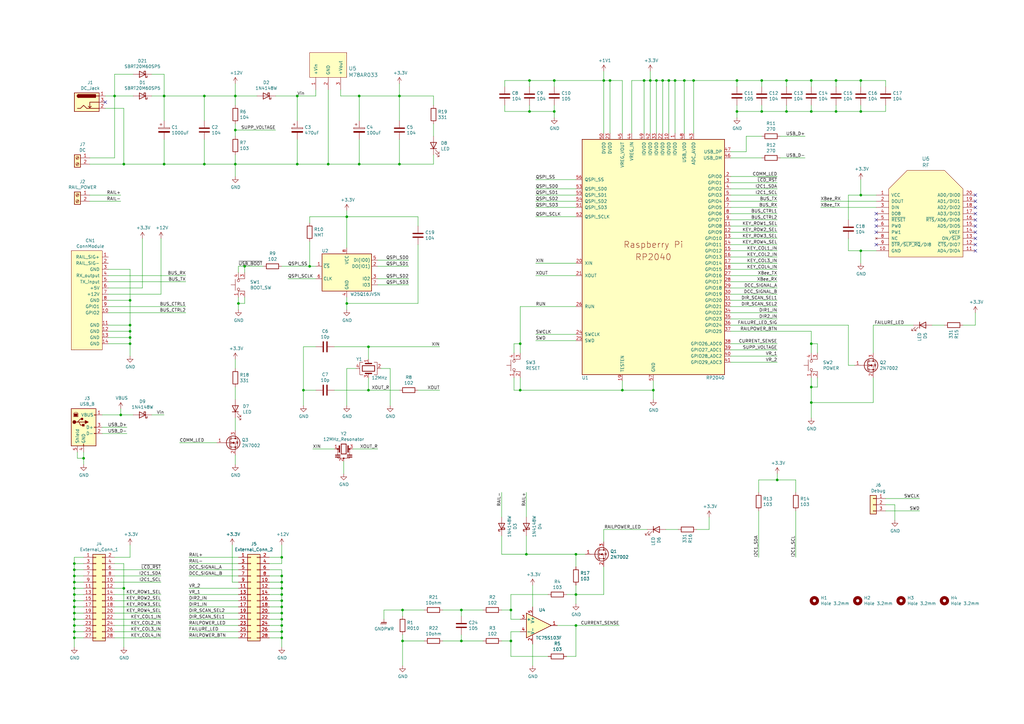
<source format=kicad_sch>
(kicad_sch (version 20211123) (generator eeschema)
  (paper "A3")
  (lib_symbols
    (symbol "Amplifier_Operational:MCP6001-OT" (pin_names (offset 0.127))
      (property "Reference" "U" (at -1.27 6.35 0))
      (property "Value" "MCP6001-OT" (at -1.27 3.81 0))
      (symbol "MCP6001-OT_0_1"
        (pin power_in line (at -2.54 -7.62 90) (length 3.81) (name "V-") (number "2"))
        (pin power_in line (at -2.54 7.62 270) (length 3.81) (name "V+") (number "5"))
      )
      (symbol "MCP6001-OT_1_1"
        (pin output line (at 7.62 0 180) (length 2.54) (name "~") (number "1"))
        (pin input line (at -7.62 2.54 0) (length 2.54) (name "+") (number "3"))
        (pin input line (at -7.62 -2.54 0) (length 2.54) (name "-") (number "4"))
      )
    )
    (symbol "Connector:Barrel_Jack_Switch" (pin_names hide)
      (property "Reference" "J" (at 0 5.334 0))
      (property "Value" "Barrel_Jack_Switch" (at 0 -5.08 0))
      (symbol "Barrel_Jack_Switch_1_1"
        (pin passive line (at 7.62 2.54 180) (length 2.54) (name "~") (number "1"))
        (pin passive line (at 7.62 -2.54 180) (length 2.54) (name "~") (number "2"))
        (pin passive line (at 7.62 0 180) (length 2.54) (name "~") (number "3"))
      )
    )
    (symbol "Connector:Screw_Terminal_01x02" (pin_names (offset 1.016) hide)
      (property "Reference" "J" (at 0 2.54 0))
      (property "Value" "Screw_Terminal_01x02" (at 0 -5.08 0))
      (symbol "Screw_Terminal_01x02_1_1"
        (pin passive line (at -5.08 0 0) (length 3.81) (name "Pin_1") (number "1"))
        (pin passive line (at -5.08 -2.54 0) (length 3.81) (name "Pin_2") (number "2"))
      )
    )
    (symbol "Connector:USB_B" (pin_names (offset 1.016))
      (property "Reference" "J" (at -5.08 11.43 0))
      (property "Value" "USB_B" (at -5.08 8.89 0))
      (symbol "USB_B_1_1"
        (pin power_out line (at 7.62 5.08 180) (length 2.54) (name "VBUS") (number "1"))
        (pin bidirectional line (at 7.62 -2.54 180) (length 2.54) (name "D-") (number "2"))
        (pin bidirectional line (at 7.62 0 180) (length 2.54) (name "D+") (number "3"))
        (pin power_out line (at 0 -10.16 90) (length 2.54) (name "GND") (number "4"))
        (pin passive line (at -2.54 -10.16 90) (length 2.54) (name "Shield") (number "5"))
      )
    )
    (symbol "Connector_Generic:Conn_01x03" (pin_names (offset 1.016) hide)
      (property "Reference" "J" (at 0 5.08 0))
      (property "Value" "Conn_01x03" (at 0 -5.08 0))
      (symbol "Conn_01x03_1_1"
        (pin passive line (at -5.08 2.54 0) (length 3.81) (name "Pin_1") (number "1"))
        (pin passive line (at -5.08 0 0) (length 3.81) (name "Pin_2") (number "2"))
        (pin passive line (at -5.08 -2.54 0) (length 3.81) (name "Pin_3") (number "3"))
      )
    )
    (symbol "Connector_Generic:Conn_02x14_Odd_Even" (pin_names (offset 1.016) hide)
      (property "Reference" "J" (at 1.27 17.78 0))
      (property "Value" "Conn_02x14_Odd_Even" (at 1.27 -20.32 0))
      (symbol "Conn_02x14_Odd_Even_1_1"
        (pin passive line (at -5.08 15.24 0) (length 3.81) (name "Pin_1") (number "1"))
        (pin passive line (at 7.62 5.08 180) (length 3.81) (name "Pin_10") (number "10"))
        (pin passive line (at -5.08 2.54 0) (length 3.81) (name "Pin_11") (number "11"))
        (pin passive line (at 7.62 2.54 180) (length 3.81) (name "Pin_12") (number "12"))
        (pin passive line (at -5.08 0 0) (length 3.81) (name "Pin_13") (number "13"))
        (pin passive line (at 7.62 0 180) (length 3.81) (name "Pin_14") (number "14"))
        (pin passive line (at -5.08 -2.54 0) (length 3.81) (name "Pin_15") (number "15"))
        (pin passive line (at 7.62 -2.54 180) (length 3.81) (name "Pin_16") (number "16"))
        (pin passive line (at -5.08 -5.08 0) (length 3.81) (name "Pin_17") (number "17"))
        (pin passive line (at 7.62 -5.08 180) (length 3.81) (name "Pin_18") (number "18"))
        (pin passive line (at -5.08 -7.62 0) (length 3.81) (name "Pin_19") (number "19"))
        (pin passive line (at 7.62 15.24 180) (length 3.81) (name "Pin_2") (number "2"))
        (pin passive line (at 7.62 -7.62 180) (length 3.81) (name "Pin_20") (number "20"))
        (pin passive line (at -5.08 -10.16 0) (length 3.81) (name "Pin_21") (number "21"))
        (pin passive line (at 7.62 -10.16 180) (length 3.81) (name "Pin_22") (number "22"))
        (pin passive line (at -5.08 -12.7 0) (length 3.81) (name "Pin_23") (number "23"))
        (pin passive line (at 7.62 -12.7 180) (length 3.81) (name "Pin_24") (number "24"))
        (pin passive line (at -5.08 -15.24 0) (length 3.81) (name "Pin_25") (number "25"))
        (pin passive line (at 7.62 -15.24 180) (length 3.81) (name "Pin_26") (number "26"))
        (pin passive line (at -5.08 -17.78 0) (length 3.81) (name "Pin_27") (number "27"))
        (pin passive line (at 7.62 -17.78 180) (length 3.81) (name "Pin_28") (number "28"))
        (pin passive line (at -5.08 12.7 0) (length 3.81) (name "Pin_3") (number "3"))
        (pin passive line (at 7.62 12.7 180) (length 3.81) (name "Pin_4") (number "4"))
        (pin passive line (at -5.08 10.16 0) (length 3.81) (name "Pin_5") (number "5"))
        (pin passive line (at 7.62 10.16 180) (length 3.81) (name "Pin_6") (number "6"))
        (pin passive line (at -5.08 7.62 0) (length 3.81) (name "Pin_7") (number "7"))
        (pin passive line (at 7.62 7.62 180) (length 3.81) (name "Pin_8") (number "8"))
        (pin passive line (at -5.08 5.08 0) (length 3.81) (name "Pin_9") (number "9"))
      )
    )
    (symbol "CustomParts:ConnModule" (pin_names (offset 1.016))
      (property "Reference" "CN" (at 0 19.05 0))
      (property "Value" "ConnModule" (at 0 -24.13 0))
      (symbol "ConnModule_1_1"
        (pin output line (at -8.89 15.24 0) (length 2.54) (name "RAIL_SIG+") (number "1"))
        (pin output line (at -8.89 -7.62 0) (length 2.54) (name "GPIO2") (number "10"))
        (pin output line (at -8.89 -12.7 0) (length 2.54) (name "GND") (number "11"))
        (pin output line (at -8.89 -15.24 0) (length 2.54) (name "GND") (number "12"))
        (pin output line (at -8.89 -17.78 0) (length 2.54) (name "GND") (number "13"))
        (pin output line (at -8.89 -20.32 0) (length 2.54) (name "GND") (number "14"))
        (pin output line (at -8.89 12.7 0) (length 2.54) (name "RAIL_SIG-") (number "2"))
        (pin output line (at -8.89 10.16 0) (length 2.54) (name "GND") (number "3"))
        (pin output line (at -8.89 7.62 0) (length 2.54) (name "RX_output") (number "4"))
        (pin output line (at -8.89 5.08 0) (length 2.54) (name "TX_input") (number "5"))
        (pin output line (at -8.89 2.54 0) (length 2.54) (name "+5V") (number "6"))
        (pin output line (at -8.89 0 0) (length 2.54) (name "+12V") (number "7"))
        (pin output line (at -8.89 -2.54 0) (length 2.54) (name "GND") (number "8"))
        (pin output line (at -8.89 -5.08 0) (length 2.54) (name "GPIO1") (number "9"))
      )
    )
    (symbol "Device:C" (pin_numbers hide) (pin_names (offset 0.254))
      (property "Reference" "C" (at 0.635 2.54 0))
      (property "Value" "C" (at 0.635 -2.54 0))
      (symbol "C_1_1"
        (pin passive line (at 0 3.81 270) (length 2.794) (name "~") (number "1"))
        (pin passive line (at 0 -3.81 90) (length 2.794) (name "~") (number "2"))
      )
    )
    (symbol "Device:C_Polarized" (pin_numbers hide) (pin_names (offset 0.254))
      (property "Reference" "C" (at 0.635 2.54 0))
      (property "Value" "C_Polarized" (at 0.635 -2.54 0))
      (symbol "C_Polarized_1_1"
        (pin passive line (at 0 3.81 270) (length 2.794) (name "~") (number "1"))
        (pin passive line (at 0 -3.81 90) (length 2.794) (name "~") (number "2"))
      )
    )
    (symbol "Device:Crystal_GND24" (pin_names (offset 1.016) hide)
      (property "Reference" "Y" (at 3.175 5.08 0))
      (property "Value" "Crystal_GND24" (at 3.175 3.175 0))
      (symbol "Crystal_GND24_1_1"
        (pin passive line (at -3.81 0 0) (length 1.27) (name "1") (number "1"))
        (pin passive line (at 0 5.08 270) (length 1.27) (name "2") (number "2"))
        (pin passive line (at 3.81 0 180) (length 1.27) (name "3") (number "3"))
        (pin passive line (at 0 -5.08 90) (length 1.27) (name "4") (number "4"))
      )
    )
    (symbol "Device:D_Schottky" (pin_numbers hide) (pin_names (offset 1.016) hide)
      (property "Reference" "D" (at 0 2.54 0))
      (property "Value" "D_Schottky" (at 0 -2.54 0))
      (symbol "D_Schottky_1_1"
        (pin passive line (at -3.81 0 0) (length 2.54) (name "K") (number "1"))
        (pin passive line (at 3.81 0 180) (length 2.54) (name "A") (number "2"))
      )
    )
    (symbol "Device:LED" (pin_numbers hide) (pin_names (offset 1.016) hide)
      (property "Reference" "D" (at 0 2.54 0))
      (property "Value" "LED" (at 0 -2.54 0))
      (symbol "LED_1_1"
        (pin passive line (at -3.81 0 0) (length 2.54) (name "K") (number "1"))
        (pin passive line (at 3.81 0 180) (length 2.54) (name "A") (number "2"))
      )
    )
    (symbol "Device:Q_NMOS_GDS" (pin_names (offset 0) hide)
      (property "Reference" "Q" (at 5.08 1.27 0))
      (property "Value" "Q_NMOS_GDS" (at 5.08 -1.27 0))
      (symbol "Q_NMOS_GDS_1_1"
        (pin input line (at -5.08 0 0) (length 2.54) (name "G") (number "1"))
        (pin passive line (at 2.54 5.08 270) (length 2.54) (name "D") (number "2"))
        (pin passive line (at 2.54 -5.08 90) (length 2.54) (name "S") (number "3"))
      )
    )
    (symbol "Device:Q_NMOS_GSD" (pin_names (offset 0) hide)
      (property "Reference" "Q" (at 5.08 1.27 0))
      (property "Value" "Q_NMOS_GSD" (at 5.08 -1.27 0))
      (symbol "Q_NMOS_GSD_1_1"
        (pin input line (at -5.08 0 0) (length 2.54) (name "G") (number "1"))
        (pin passive line (at 2.54 -5.08 90) (length 2.54) (name "S") (number "2"))
        (pin passive line (at 2.54 5.08 270) (length 2.54) (name "D") (number "3"))
      )
    )
    (symbol "Device:R" (pin_numbers hide) (pin_names (offset 0))
      (property "Reference" "R" (at 2.032 0 90))
      (property "Value" "R" (at 0 0 90))
      (symbol "R_1_1"
        (pin passive line (at 0 3.81 270) (length 1.27) (name "~") (number "1"))
        (pin passive line (at 0 -3.81 90) (length 1.27) (name "~") (number "2"))
      )
    )
    (symbol "Device:Resonator" (pin_names (offset 1.016) hide)
      (property "Reference" "Y" (at 0 5.715 0))
      (property "Value" "Resonator" (at 0 3.81 0))
      (symbol "Resonator_1_1"
        (pin passive line (at -3.81 0 0) (length 1.27) (name "1") (number "1"))
        (pin passive line (at 0 -5.08 90) (length 1.27) (name "2") (number "2"))
        (pin passive line (at 3.81 0 180) (length 1.27) (name "3") (number "3"))
      )
    )
    (symbol "Driver_FET:IRS2003"
      (property "Reference" "U" (at 1.27 13.335 0))
      (property "Value" "IRS2003" (at 1.27 11.43 0))
      (symbol "IRS2003_1_1"
        (pin power_in line (at 0 12.7 270) (length 2.54) (name "VCC") (number "1"))
        (pin input line (at -7.62 0 0) (length 2.54) (name "HIN") (number "2"))
        (pin input line (at -7.62 -2.54 0) (length 2.54) (name "~{LIN}") (number "3"))
        (pin power_in line (at 0 -12.7 90) (length 2.54) (name "COM") (number "4"))
        (pin output line (at 7.62 -7.62 180) (length 2.54) (name "LO") (number "5"))
        (pin passive line (at 7.62 -5.08 180) (length 2.54) (name "VS") (number "6"))
        (pin output line (at 7.62 5.08 180) (length 2.54) (name "HO") (number "7"))
        (pin passive line (at 7.62 7.62 180) (length 2.54) (name "VB") (number "8"))
      )
    )
    (symbol "GND_1" (power) (pin_names (offset 0))
      (property "Value" "GND_1" (at 0 -3.81 0))
      (symbol "GND_1_1_1"
        (pin power_in line (at 0 0 270) (length 0) hide (name "GND") (number "1"))
      )
    )
    (symbol "MCU_RaspberryPi_RP2040:RP2040" (pin_names (offset 1.016))
      (property "Reference" "U" (at -29.21 49.53 0))
      (property "Value" "RP2040" (at 24.13 -49.53 0))
      (symbol "RP2040_0_0"
        (text "Raspberry Pi" (at 0 5.08 0) (effects (font (size 2.54 2.54))))
        (text "RP2040" (at 0 0 0) (effects (font (size 2.54 2.54))))
      )
      (symbol "RP2040_1_1"
        (pin power_in line (at 8.89 50.8 270) (length 2.54) (name "IOVDD") (number "1"))
        (pin power_in line (at 6.35 50.8 270) (length 2.54) (name "IOVDD") (number "10"))
        (pin bidirectional line (at 31.75 12.7 180) (length 2.54) (name "GPIO8") (number "11"))
        (pin bidirectional line (at 31.75 10.16 180) (length 2.54) (name "GPIO9") (number "12"))
        (pin bidirectional line (at 31.75 7.62 180) (length 2.54) (name "GPIO10") (number "13"))
        (pin bidirectional line (at 31.75 5.08 180) (length 2.54) (name "GPIO11") (number "14"))
        (pin bidirectional line (at 31.75 2.54 180) (length 2.54) (name "GPIO12") (number "15"))
        (pin bidirectional line (at 31.75 0 180) (length 2.54) (name "GPIO13") (number "16"))
        (pin bidirectional line (at 31.75 -2.54 180) (length 2.54) (name "GPIO14") (number "17"))
        (pin bidirectional line (at 31.75 -5.08 180) (length 2.54) (name "GPIO15") (number "18"))
        (pin passive line (at -12.7 -50.8 90) (length 2.54) (name "TESTEN") (number "19"))
        (pin bidirectional line (at 31.75 33.02 180) (length 2.54) (name "GPIO0") (number "2"))
        (pin input line (at -31.75 -2.54 0) (length 2.54) (name "XIN") (number "20"))
        (pin passive line (at -31.75 -7.62 0) (length 2.54) (name "XOUT") (number "21"))
        (pin power_in line (at 3.81 50.8 270) (length 2.54) (name "IOVDD") (number "22"))
        (pin power_in line (at -17.78 50.8 270) (length 2.54) (name "DVDD") (number "23"))
        (pin output line (at -31.75 -31.75 0) (length 2.54) (name "SWCLK") (number "24"))
        (pin bidirectional line (at -31.75 -34.29 0) (length 2.54) (name "SWD") (number "25"))
        (pin input line (at -31.75 -20.32 0) (length 2.54) (name "RUN") (number "26"))
        (pin bidirectional line (at 31.75 -7.62 180) (length 2.54) (name "GPIO16") (number "27"))
        (pin bidirectional line (at 31.75 -10.16 180) (length 2.54) (name "GPIO17") (number "28"))
        (pin bidirectional line (at 31.75 -12.7 180) (length 2.54) (name "GPIO18") (number "29"))
        (pin bidirectional line (at 31.75 30.48 180) (length 2.54) (name "GPIO1") (number "3"))
        (pin bidirectional line (at 31.75 -15.24 180) (length 2.54) (name "GPIO19") (number "30"))
        (pin bidirectional line (at 31.75 -17.78 180) (length 2.54) (name "GPIO20") (number "31"))
        (pin bidirectional line (at 31.75 -20.32 180) (length 2.54) (name "GPIO21") (number "32"))
        (pin power_in line (at 1.27 50.8 270) (length 2.54) (name "IOVDD") (number "33"))
        (pin bidirectional line (at 31.75 -22.86 180) (length 2.54) (name "GPIO22") (number "34"))
        (pin bidirectional line (at 31.75 -25.4 180) (length 2.54) (name "GPIO23") (number "35"))
        (pin bidirectional line (at 31.75 -27.94 180) (length 2.54) (name "GPIO24") (number "36"))
        (pin bidirectional line (at 31.75 -30.48 180) (length 2.54) (name "GPIO25") (number "37"))
        (pin bidirectional line (at 31.75 -35.56 180) (length 2.54) (name "GPIO26_ADC0") (number "38"))
        (pin bidirectional line (at 31.75 -38.1 180) (length 2.54) (name "GPIO27_ADC1") (number "39"))
        (pin bidirectional line (at 31.75 27.94 180) (length 2.54) (name "GPIO2") (number "4"))
        (pin bidirectional line (at 31.75 -40.64 180) (length 2.54) (name "GPIO28_ADC2") (number "40"))
        (pin bidirectional line (at 31.75 -43.18 180) (length 2.54) (name "GPIO29_ADC3") (number "41"))
        (pin power_in line (at -1.27 50.8 270) (length 2.54) (name "IOVDD") (number "42"))
        (pin power_in line (at 16.51 50.8 270) (length 2.54) (name "ADC_AVDD") (number "43"))
        (pin power_in line (at -8.89 50.8 270) (length 2.54) (name "VREG_IN") (number "44"))
        (pin power_out line (at -12.7 50.8 270) (length 2.54) (name "VREG_VOUT") (number "45"))
        (pin bidirectional line (at 31.75 40.64 180) (length 2.54) (name "USB_DM") (number "46"))
        (pin bidirectional line (at 31.75 43.18 180) (length 2.54) (name "USB_DP") (number "47"))
        (pin power_in line (at 12.7 50.8 270) (length 2.54) (name "USB_VDD") (number "48"))
        (pin power_in line (at -3.81 50.8 270) (length 2.54) (name "IOVDD") (number "49"))
        (pin bidirectional line (at 31.75 25.4 180) (length 2.54) (name "GPIO3") (number "5"))
        (pin power_in line (at -20.32 50.8 270) (length 2.54) (name "DVDD") (number "50"))
        (pin bidirectional line (at -31.75 20.32 0) (length 2.54) (name "QSPI_SD3") (number "51"))
        (pin output line (at -31.75 16.51 0) (length 2.54) (name "QSPI_SCLK") (number "52"))
        (pin bidirectional line (at -31.75 27.94 0) (length 2.54) (name "QSPI_SD0") (number "53"))
        (pin bidirectional line (at -31.75 22.86 0) (length 2.54) (name "QSPI_SD2") (number "54"))
        (pin bidirectional line (at -31.75 25.4 0) (length 2.54) (name "QSPI_SD1") (number "55"))
        (pin bidirectional line (at -31.75 31.75 0) (length 2.54) (name "QSPI_SS") (number "56"))
        (pin power_in line (at 0 -50.8 90) (length 2.54) (name "GND") (number "57"))
        (pin bidirectional line (at 31.75 22.86 180) (length 2.54) (name "GPIO4") (number "6"))
        (pin bidirectional line (at 31.75 20.32 180) (length 2.54) (name "GPIO5") (number "7"))
        (pin bidirectional line (at 31.75 17.78 180) (length 2.54) (name "GPIO6") (number "8"))
        (pin bidirectional line (at 31.75 15.24 180) (length 2.54) (name "GPIO7") (number "9"))
      )
    )
    (symbol "Mechanical:MountingHole" (pin_names (offset 1.016))
      (property "Reference" "H" (at 0 5.08 0))
      (property "Value" "MountingHole" (at 0 3.175 0))
    )
    (symbol "Memory_Flash:W25Q32JVSS"
      (property "Reference" "U" (at -8.89 8.89 0))
      (property "Value" "W25Q32JVSS" (at 7.62 8.89 0))
      (symbol "W25Q32JVSS_1_1"
        (pin input line (at -12.7 2.54 0) (length 2.54) (name "~{CS}") (number "1"))
        (pin bidirectional line (at 12.7 2.54 180) (length 2.54) (name "DO(IO1)") (number "2"))
        (pin bidirectional line (at 12.7 -2.54 180) (length 2.54) (name "IO2") (number "3"))
        (pin power_in line (at 0 -10.16 90) (length 2.54) (name "GND") (number "4"))
        (pin bidirectional line (at 12.7 5.08 180) (length 2.54) (name "DI(IO0)") (number "5"))
        (pin input line (at -12.7 -2.54 0) (length 2.54) (name "CLK") (number "6"))
        (pin bidirectional line (at 12.7 -5.08 180) (length 2.54) (name "IO3") (number "7"))
        (pin power_in line (at 0 10.16 270) (length 2.54) (name "VCC") (number "8"))
      )
    )
    (symbol "Switch:SW_MEC_5E" (pin_names (offset 1.016) hide)
      (property "Reference" "SW" (at 0.635 5.715 0))
      (property "Value" "SW_MEC_5E" (at 0 -3.175 0))
      (symbol "SW_MEC_5E_0_1"
        (pin passive line (at -5.08 2.54 0) (length 2.54) (name "1") (number "1"))
        (pin passive line (at -5.08 0 0) (length 2.54) (name "2") (number "2"))
        (pin passive line (at 5.08 0 180) (length 2.54) (name "K") (number "3"))
        (pin passive line (at 5.08 2.54 180) (length 2.54) (name "A") (number "4"))
      )
    )
    (symbol "m78ar033:M78AR033" (pin_names (offset 1.016))
      (property "Reference" "U" (at -6.35 13.97 0))
      (property "Value" "M78AR033" (at -1.27 11.43 0))
      (symbol "M78AR033_1_1"
        (pin input line (at -5.08 -5.08 90) (length 5.08) (name "+Vin") (number "1"))
        (pin input line (at 0 -5.08 90) (length 5.08) (name "GND") (number "2"))
        (pin input line (at 5.08 -5.08 90) (length 5.08) (name "+Vout") (number "3"))
      )
    )
    (symbol "power:+12V" (power) (pin_names (offset 0))
      (property "Value" "+12V" (at 0 3.556 0))
      (symbol "+12V_1_1"
        (pin power_in line (at 0 0 90) (length 0) hide (name "+12V") (number "1"))
      )
    )
    (symbol "power:+1V1" (power) (pin_names (offset 0))
      (property "Value" "+1V1" (at 0 3.556 0))
      (symbol "+1V1_1_1"
        (pin power_in line (at 0 0 90) (length 0) hide (name "+1V1") (number "1"))
      )
    )
    (symbol "power:+3.3V" (power) (pin_names (offset 0))
      (property "Value" "+3.3V" (at 0 3.556 0))
      (symbol "+3.3V_1_1"
        (pin power_in line (at 0 0 90) (length 0) hide (name "+3.3V") (number "1"))
      )
    )
    (symbol "power:GND" (power) (pin_names (offset 0))
      (property "Value" "GND" (at 0 -3.81 0))
      (symbol "GND_1_1"
        (pin power_in line (at 0 0 270) (length 0) hide (name "GND") (number "1"))
      )
    )
    (symbol "power:GNDPWR" (power) (pin_names (offset 0))
      (property "Value" "GNDPWR" (at 0 -3.302 0))
      (symbol "GNDPWR_1_1"
        (pin power_in line (at 0 0 270) (length 0) hide (name "GNDPWR") (number "1"))
      )
    )
    (symbol "power:VBUS" (power) (pin_names (offset 0))
      (property "Value" "VBUS" (at 0 3.81 0))
      (symbol "VBUS_1_1"
        (pin power_in line (at 0 0 90) (length 0) hide (name "VBUS") (number "1"))
      )
    )
    (symbol "xbee:XBEE" (pin_names (offset 1.016))
      (property "Reference" "U" (at -6.35 21.59 0))
      (property "Value" "XBEE" (at 12.7 -16.51 0))
      (symbol "XBEE_1_1"
        (pin power_in line (at -20.32 10.16 0) (length 5.08) (name "VCC") (number "1"))
        (pin power_in line (at -20.32 -12.7 0) (length 5.08) (name "GND") (number "10"))
        (pin power_in line (at 20.32 -12.7 180) (length 5.08) (name "AD4/DIO4") (number "11"))
        (pin power_in line (at 20.32 -10.16 180) (length 5.08) (name "~{CTS}/DIO7") (number "12"))
        (pin power_in line (at 20.32 -7.62 180) (length 5.08) (name "ON/~{SLP}") (number "13"))
        (pin power_in line (at 20.32 -5.08 180) (length 5.08) (name "VREF") (number "14"))
        (pin bidirectional line (at 20.32 -2.54 180) (length 5.08) (name "AD5/DIO5") (number "15"))
        (pin bidirectional line (at 20.32 0 180) (length 5.08) (name "~{RTS}/AD6/DIO6") (number "16"))
        (pin bidirectional line (at 20.32 2.54 180) (length 5.08) (name "AD3/DIO3") (number "17"))
        (pin bidirectional line (at 20.32 5.08 180) (length 5.08) (name "AD2/DIO2") (number "18"))
        (pin bidirectional line (at 20.32 7.62 180) (length 5.08) (name "AD1/DIO1") (number "19"))
        (pin output line (at -20.32 7.62 0) (length 5.08) (name "DOUT") (number "2"))
        (pin bidirectional line (at 20.32 10.16 180) (length 5.08) (name "AD0/DIO0") (number "20"))
        (pin input line (at -20.32 5.08 0) (length 5.08) (name "DIN") (number "3"))
        (pin output line (at -20.32 2.54 0) (length 5.08) (name "DO8") (number "4"))
        (pin input line (at -20.32 0 0) (length 5.08) (name "~{RESET}") (number "5"))
        (pin bidirectional line (at -20.32 -2.54 0) (length 5.08) (name "PW0") (number "6"))
        (pin bidirectional line (at -20.32 -5.08 0) (length 5.08) (name "PW1") (number "7"))
        (pin no_connect line (at -20.32 -7.62 0) (length 5.08) (name "NC") (number "8"))
        (pin input line (at -20.32 -10.16 0) (length 5.08) (name "~{DTR}/~{SLP_RQ}/DI8") (number "9"))
      )
    )
  )
  (junction (at -143.51 120.65))
  (junction (at 266.7 33.02))
  (junction (at 151.13 160.02))
  (junction (at 49.53 170.18))
  (junction (at 271.78 33.02))
  (junction (at 115.57 246.38))
  (junction (at -62.23 143.51))
  (junction (at 353.06 33.02))
  (junction (at 276.86 33.02))
  (junction (at 302.26 45.72))
  (junction (at 322.58 33.02))
  (junction (at 30.48 233.68))
  (junction (at 332.74 45.72))
  (junction (at 332.74 165.1))
  (junction (at 50.8 67.31))
  (junction (at 115.57 241.3))
  (junction (at 332.74 158.75))
  (junction (at 115.57 256.54))
  (junction (at 30.48 236.22))
  (junction (at 165.1 262.89))
  (junction (at 115.57 238.76))
  (junction (at 163.83 39.37))
  (junction (at -62.23 128.27))
  (junction (at 30.48 251.46))
  (junction (at 30.48 241.3))
  (junction (at 302.26 33.02))
  (junction (at 30.48 238.76))
  (junction (at 332.74 33.02))
  (junction (at 115.57 243.84))
  (junction (at 115.57 251.46))
  (junction (at 353.06 45.72))
  (junction (at 100.33 109.22))
  (junction (at -130.81 120.65))
  (junction (at 67.31 39.37))
  (junction (at -204.47 90.17))
  (junction (at -95.25 115.57))
  (junction (at 318.77 196.85))
  (junction (at 342.9 33.02))
  (junction (at -165.1 148.59))
  (junction (at 255.27 160.02))
  (junction (at 227.33 45.72))
  (junction (at 163.83 67.31))
  (junction (at 96.52 53.34))
  (junction (at 151.13 142.24))
  (junction (at 50.8 241.3))
  (junction (at 115.57 254))
  (junction (at -165.1 90.17))
  (junction (at 342.9 45.72))
  (junction (at 30.48 254))
  (junction (at 67.31 67.31))
  (junction (at 83.82 67.31))
  (junction (at 215.9 227.33))
  (junction (at 53.34 133.35))
  (junction (at 142.24 88.9))
  (junction (at -143.51 128.27))
  (junction (at -71.12 120.65))
  (junction (at 312.42 45.72))
  (junction (at 53.34 135.89))
  (junction (at -176.53 115.57))
  (junction (at 115.57 261.62))
  (junction (at 115.57 228.6))
  (junction (at 30.48 259.08))
  (junction (at 121.92 67.31))
  (junction (at 30.48 246.38))
  (junction (at 97.79 124.46))
  (junction (at 217.17 33.02))
  (junction (at -130.81 143.51))
  (junction (at 322.58 45.72))
  (junction (at 353.06 102.87))
  (junction (at 30.48 243.84))
  (junction (at 147.32 39.37))
  (junction (at 267.97 160.02))
  (junction (at 30.48 231.14))
  (junction (at 121.92 39.37))
  (junction (at 274.32 33.02))
  (junction (at 264.16 33.02))
  (junction (at 213.36 160.02))
  (junction (at -143.51 106.68))
  (junction (at 209.55 250.19))
  (junction (at 227.33 33.02))
  (junction (at 280.67 33.02))
  (junction (at 53.34 123.19))
  (junction (at 30.48 256.54))
  (junction (at -152.4 120.65))
  (junction (at 127 109.22))
  (junction (at 353.06 80.01))
  (junction (at 332.74 140.97))
  (junction (at 217.17 45.72))
  (junction (at -165.1 99.06))
  (junction (at 30.48 248.92))
  (junction (at -62.23 106.68))
  (junction (at 312.42 33.02))
  (junction (at -49.53 120.65))
  (junction (at 165.1 250.19))
  (junction (at 147.32 67.31))
  (junction (at -71.12 107.95))
  (junction (at 142.24 124.46))
  (junction (at 96.52 67.31))
  (junction (at 83.82 39.37))
  (junction (at 46.99 39.37))
  (junction (at 250.19 33.02))
  (junction (at -62.23 120.65))
  (junction (at 115.57 248.92))
  (junction (at -204.47 76.2))
  (junction (at 236.22 243.84))
  (junction (at 124.46 160.02))
  (junction (at 269.24 33.02))
  (junction (at 209.55 262.89))
  (junction (at -152.4 107.95))
  (junction (at 189.23 250.19))
  (junction (at 213.36 140.97))
  (junction (at 284.48 33.02))
  (junction (at 236.22 256.54))
  (junction (at 236.22 227.33))
  (junction (at 134.62 67.31))
  (junction (at 115.57 259.08))
  (junction (at 53.34 138.43))
  (junction (at -83.82 99.06))
  (junction (at 53.34 140.97))
  (junction (at 96.52 39.37))
  (junction (at 34.29 187.96))
  (junction (at -130.81 76.2))
  (junction (at 115.57 236.22))
  (junction (at 189.23 262.89))
  (junction (at 30.48 261.62))
  (junction (at 247.65 33.02))
  (no_connect (at 359.41 95.25))
  (no_connect (at 400.05 92.71))
  (no_connect (at 400.05 85.09))
  (no_connect (at 359.41 92.71))
  (no_connect (at 400.05 82.55))
  (no_connect (at 400.05 100.33))
  (no_connect (at 400.05 87.63))
  (no_connect (at 359.41 100.33))
  (no_connect (at 400.05 80.01))
  (no_connect (at 400.05 97.79))
  (no_connect (at 400.05 90.17))
  (no_connect (at 359.41 90.17))
  (no_connect (at 400.05 95.25))
  (no_connect (at 43.18 41.91))
  (no_connect (at 359.41 87.63))
  (no_connect (at 400.05 102.87))
  (wire (pts (xy 210.82 154.94) (xy 210.82 160.02)))
  (wire (pts (xy 134.62 67.31) (xy 147.32 67.31)))
  (wire (pts (xy -204.47 80.01) (xy -204.47 76.2)))
  (wire (pts (xy 299.72 62.23) (xy 306.07 62.23)))
  (wire (pts (xy 209.55 250.19) (xy 205.74 250.19)))
  (wire (pts (xy 96.52 63.5) (xy 96.52 67.31)))
  (wire (pts (xy -71.12 119.38) (xy -71.12 120.65)))
  (wire (pts (xy 50.8 44.45) (xy 50.8 67.31)))
  (wire (pts (xy -62.23 106.68) (xy -57.15 106.68)))
  (wire (pts (xy 97.79 109.22) (xy 100.33 109.22)))
  (wire (pts (xy 218.44 273.05) (xy 218.44 264.16)))
  (wire (pts (xy 46.99 261.62) (xy 66.04 261.62)))
  (wire (pts (xy 163.83 67.31) (xy 163.83 57.15)))
  (wire (pts (xy 347.98 149.86) (xy 350.52 149.86)))
  (wire (pts (xy 247.65 222.25) (xy 247.65 217.17)))
  (wire (pts (xy -152.4 120.65) (xy -143.51 120.65)))
  (wire (pts (xy 167.64 114.3) (xy 154.94 114.3)))
  (wire (pts (xy 332.74 158.75) (xy 332.74 154.94)))
  (wire (pts (xy 273.05 217.17) (xy 278.13 217.17)))
  (wire (pts (xy 30.48 256.54) (xy 30.48 259.08)))
  (wire (pts (xy 53.34 140.97) (xy 53.34 146.05)))
  (wire (pts (xy 171.45 100.33) (xy 171.45 124.46)))
  (wire (pts (xy -62.23 139.7) (xy -62.23 143.51)))
  (wire (pts (xy -165.1 90.17) (xy -165.1 99.06)))
  (wire (pts (xy 34.29 246.38) (xy 30.48 246.38)))
  (wire (pts (xy 43.18 39.37) (xy 46.99 39.37)))
  (wire (pts (xy 264.16 33.02) (xy 266.7 33.02)))
  (wire (pts (xy 210.82 144.78) (xy 210.82 140.97)))
  (wire (pts (xy 41.91 170.18) (xy 49.53 170.18)))
  (wire (pts (xy 236.22 269.24) (xy 236.22 256.54)))
  (wire (pts (xy 154.94 116.84) (xy 167.64 116.84)))
  (wire (pts (xy 210.82 140.97) (xy 213.36 140.97)))
  (wire (pts (xy 115.57 109.22) (xy 127 109.22)))
  (wire (pts (xy -71.12 128.27) (xy -62.23 128.27)))
  (wire (pts (xy 189.23 250.19) (xy 198.12 250.19)))
  (wire (pts (xy 46.99 251.46) (xy 66.04 251.46)))
  (wire (pts (xy 255.27 160.02) (xy 267.97 160.02)))
  (wire (pts (xy 299.72 74.93) (xy 318.77 74.93)))
  (wire (pts (xy -67.31 110.49) (xy -67.31 106.68)))
  (wire (pts (xy 34.29 238.76) (xy 30.48 238.76)))
  (wire (pts (xy 97.79 238.76) (xy 95.25 238.76)))
  (wire (pts (xy 96.52 67.31) (xy 121.92 67.31)))
  (wire (pts (xy -157.48 110.49) (xy -148.59 110.49)))
  (wire (pts (xy 44.45 120.65) (xy 66.04 120.65)))
  (wire (pts (xy 77.47 243.84) (xy 97.79 243.84)))
  (wire (pts (xy 129.54 160.02) (xy 124.46 160.02)))
  (wire (pts (xy 236.22 137.16) (xy 219.71 137.16)))
  (wire (pts (xy 96.52 39.37) (xy 105.41 39.37)))
  (wire (pts (xy 358.14 165.1) (xy 358.14 154.94)))
  (wire (pts (xy 142.24 124.46) (xy 171.45 124.46)))
  (wire (pts (xy 53.34 138.43) (xy 53.34 140.97)))
  (wire (pts (xy 110.49 251.46) (xy 115.57 251.46)))
  (wire (pts (xy 53.34 110.49) (xy 53.34 123.19)))
  (wire (pts (xy 255.27 33.02) (xy 250.19 33.02)))
  (wire (pts (xy 236.22 232.41) (xy 236.22 227.33)))
  (wire (pts (xy 269.24 33.02) (xy 269.24 54.61)))
  (wire (pts (xy 207.01 45.72) (xy 217.17 45.72)))
  (wire (pts (xy 151.13 160.02) (xy 151.13 154.94)))
  (wire (pts (xy -162.56 99.06) (xy -165.1 99.06)))
  (wire (pts (xy 299.72 82.55) (xy 318.77 82.55)))
  (wire (pts (xy -81.28 99.06) (xy -83.82 99.06)))
  (wire (pts (xy 34.29 259.08) (xy 30.48 259.08)))
  (wire (pts (xy -204.47 119.38) (xy -204.47 148.59)))
  (wire (pts (xy 347.98 102.87) (xy 353.06 102.87)))
  (wire (pts (xy -130.81 123.19) (xy -130.81 120.65)))
  (wire (pts (xy 247.65 29.21) (xy 247.65 33.02)))
  (wire (pts (xy -172.72 118.11) (xy -176.53 118.11)))
  (wire (pts (xy 115.57 238.76) (xy 115.57 236.22)))
  (wire (pts (xy 227.33 33.02) (xy 227.33 35.56)))
  (wire (pts (xy 209.55 254) (xy 209.55 250.19)))
  (wire (pts (xy -143.51 143.51) (xy -130.81 143.51)))
  (wire (pts (xy 299.72 72.39) (xy 318.77 72.39)))
  (wire (pts (xy 46.99 254) (xy 66.04 254)))
  (wire (pts (xy -165.1 128.27) (xy -165.1 148.59)))
  (wire (pts (xy 213.36 125.73) (xy 236.22 125.73)))
  (wire (pts (xy 34.29 236.22) (xy 30.48 236.22)))
  (wire (pts (xy 219.71 85.09) (xy 236.22 85.09)))
  (wire (pts (xy -157.48 120.65) (xy -152.4 120.65)))
  (wire (pts (xy 46.99 256.54) (xy 66.04 256.54)))
  (wire (pts (xy 332.74 45.72) (xy 342.9 45.72)))
  (wire (pts (xy -143.51 139.7) (xy -143.51 143.51)))
  (wire (pts (xy 347.98 80.01) (xy 353.06 80.01)))
  (wire (pts (xy 363.22 45.72) (xy 363.22 43.18)))
  (wire (pts (xy 77.47 261.62) (xy 97.79 261.62)))
  (wire (pts (xy 217.17 43.18) (xy 217.17 45.72)))
  (wire (pts (xy 306.07 55.88) (xy 312.42 55.88)))
  (wire (pts (xy 302.26 45.72) (xy 302.26 43.18)))
  (wire (pts (xy 88.9 181.61) (xy 73.66 181.61)))
  (wire (pts (xy -62.23 106.68) (xy -62.23 111.76)))
  (wire (pts (xy 110.49 236.22) (xy 115.57 236.22)))
  (wire (pts (xy 46.99 238.76) (xy 66.04 238.76)))
  (wire (pts (xy 335.28 158.75) (xy 335.28 154.94)))
  (wire (pts (xy 299.72 123.19) (xy 318.77 123.19)))
  (wire (pts (xy 363.22 33.02) (xy 353.06 33.02)))
  (wire (pts (xy -130.81 133.35) (xy -130.81 143.51)))
  (wire (pts (xy 50.8 241.3) (xy 50.8 265.43)))
  (wire (pts (xy 127 88.9) (xy 127 91.44)))
  (wire (pts (xy 285.75 217.17) (xy 290.83 217.17)))
  (wire (pts (xy 30.48 243.84) (xy 30.48 246.38)))
  (wire (pts (xy 205.74 212.09) (xy 205.74 201.93)))
  (wire (pts (xy 46.99 259.08) (xy 66.04 259.08)))
  (wire (pts (xy 299.72 146.05) (xy 318.77 146.05)))
  (wire (pts (xy 121.92 49.53) (xy 121.92 39.37)))
  (wire (pts (xy 250.19 33.02) (xy 250.19 54.61)))
  (wire (pts (xy 34.29 254) (xy 30.48 254)))
  (wire (pts (xy 30.48 246.38) (xy 30.48 248.92)))
  (wire (pts (xy 110.49 228.6) (xy 115.57 228.6)))
  (wire (pts (xy 394.97 133.35) (xy 400.05 133.35)))
  (wire (pts (xy 142.24 88.9) (xy 142.24 86.36)))
  (wire (pts (xy 302.26 35.56) (xy 302.26 33.02)))
  (wire (pts (xy 271.78 33.02) (xy 274.32 33.02)))
  (wire (pts (xy 400.05 133.35) (xy 400.05 128.27)))
  (wire (pts (xy 227.33 45.72) (xy 227.33 43.18)))
  (wire (pts (xy -143.51 128.27) (xy -143.51 132.08)))
  (wire (pts (xy 271.78 33.02) (xy 271.78 54.61)))
  (wire (pts (xy 299.72 118.11) (xy 318.77 118.11)))
  (wire (pts (xy -130.81 76.2) (xy -49.53 76.2)))
  (wire (pts (xy 97.79 127) (xy 97.79 124.46)))
  (wire (pts (xy 353.06 102.87) (xy 353.06 107.95)))
  (wire (pts (xy 97.79 111.76) (xy 97.79 109.22)))
  (wire (pts (xy 342.9 45.72) (xy 353.06 45.72)))
  (wire (pts (xy 115.57 248.92) (xy 115.57 246.38)))
  (wire (pts (xy 77.47 251.46) (xy 97.79 251.46)))
  (wire (pts (xy 332.74 45.72) (xy 332.74 43.18)))
  (wire (pts (xy 247.65 33.02) (xy 247.65 54.61)))
  (wire (pts (xy 139.7 39.37) (xy 147.32 39.37)))
  (wire (pts (xy 115.57 254) (xy 115.57 251.46)))
  (wire (pts (xy -148.59 106.68) (xy -143.51 106.68)))
  (wire (pts (xy -83.82 128.27) (xy -83.82 148.59)))
  (wire (pts (xy 332.74 140.97) (xy 332.74 144.78)))
  (wire (pts (xy 96.52 67.31) (xy 83.82 67.31)))
  (wire (pts (xy -62.23 128.27) (xy -62.23 132.08)))
  (wire (pts (xy 299.72 140.97) (xy 318.77 140.97)))
  (wire (pts (xy 124.46 160.02) (xy 124.46 166.37)))
  (wire (pts (xy 100.33 109.22) (xy 107.95 109.22)))
  (wire (pts (xy 217.17 35.56) (xy 217.17 33.02)))
  (wire (pts (xy 358.14 144.78) (xy 358.14 133.35)))
  (wire (pts (xy -154.94 99.06) (xy -152.4 99.06)))
  (wire (pts (xy 134.62 67.31) (xy 134.62 36.83)))
  (wire (pts (xy 280.67 33.02) (xy 284.48 33.02)))
  (wire (pts (xy -165.1 148.59) (xy -165.1 152.4)))
  (wire (pts (xy 77.47 256.54) (xy 97.79 256.54)))
  (wire (pts (xy 34.29 251.46) (xy 30.48 251.46)))
  (wire (pts (xy 353.06 33.02) (xy 342.9 33.02)))
  (wire (pts (xy 280.67 33.02) (xy 280.67 54.61)))
  (wire (pts (xy 353.06 80.01) (xy 353.06 73.66)))
  (wire (pts (xy 115.57 236.22) (xy 115.57 233.68)))
  (wire (pts (xy 115.57 261.62) (xy 115.57 259.08)))
  (wire (pts (xy 46.99 243.84) (xy 66.04 243.84)))
  (wire (pts (xy 110.49 233.68) (xy 115.57 233.68)))
  (wire (pts (xy -62.23 143.51) (xy -130.81 143.51)))
  (wire (pts (xy 96.52 151.13) (xy 96.52 147.32)))
  (wire (pts (xy -62.23 119.38) (xy -62.23 120.65)))
  (wire (pts (xy 83.82 39.37) (xy 83.82 49.53)))
  (wire (pts (xy 259.08 33.02) (xy 259.08 54.61)))
  (wire (pts (xy 110.49 231.14) (xy 115.57 231.14)))
  (wire (pts (xy 44.45 135.89) (xy 53.34 135.89)))
  (wire (pts (xy 219.71 80.01) (xy 236.22 80.01)))
  (wire (pts (xy 299.72 113.03) (xy 318.77 113.03)))
  (wire (pts (xy 121.92 39.37) (xy 129.54 39.37)))
  (wire (pts (xy 44.45 115.57) (xy 76.2 115.57)))
  (wire (pts (xy 95.25 223.52) (xy 95.25 238.76)))
  (wire (pts (xy -204.47 87.63) (xy -204.47 90.17)))
  (wire (pts (xy 171.45 160.02) (xy 180.34 160.02)))
  (wire (pts (xy 227.33 45.72) (xy 227.33 48.26)))
  (wire (pts (xy 189.23 260.35) (xy 189.23 262.89)))
  (wire (pts (xy 332.74 165.1) (xy 332.74 171.45)))
  (wire (pts (xy 151.13 142.24) (xy 180.34 142.24)))
  (wire (pts (xy 299.72 100.33) (xy 318.77 100.33)))
  (wire (pts (xy 359.41 102.87) (xy 353.06 102.87)))
  (wire (pts (xy -176.53 115.57) (xy -172.72 115.57)))
  (wire (pts (xy 299.72 128.27) (xy 318.77 128.27)))
  (wire (pts (xy 66.04 120.65) (xy 66.04 97.79)))
  (wire (pts (xy -71.12 123.19) (xy -71.12 128.27)))
  (wire (pts (xy 46.99 241.3) (xy 50.8 241.3)))
  (wire (pts (xy 115.57 246.38) (xy 115.57 243.84)))
  (wire (pts (xy 213.36 140.97) (xy 213.36 144.78)))
  (wire (pts (xy -152.4 128.27) (xy -143.51 128.27)))
  (wire (pts (xy 311.15 196.85) (xy 318.77 196.85)))
  (wire (pts (xy 326.39 196.85) (xy 326.39 201.93)))
  (wire (pts (xy 121.92 39.37) (xy 113.03 39.37)))
  (wire (pts (xy 342.9 33.02) (xy 332.74 33.02)))
  (wire (pts (xy 53.34 228.6) (xy 53.34 223.52)))
  (wire (pts (xy -49.53 120.65) (xy -39.37 120.65)))
  (wire (pts (xy 36.83 67.31) (xy 50.8 67.31)))
  (wire (pts (xy 189.23 250.19) (xy 189.23 252.73)))
  (wire (pts (xy 247.65 232.41) (xy 247.65 243.84)))
  (wire (pts (xy 46.99 228.6) (xy 53.34 228.6)))
  (wire (pts (xy 219.71 88.9) (xy 236.22 88.9)))
  (wire (pts (xy 236.22 256.54) (xy 254 256.54)))
  (wire (pts (xy 62.23 30.48) (xy 67.31 30.48)))
  (wire (pts (xy 115.57 256.54) (xy 115.57 254)))
  (wire (pts (xy 139.7 39.37) (xy 139.7 36.83)))
  (wire (pts (xy 335.28 144.78) (xy 335.28 140.97)))
  (wire (pts (xy 96.52 50.8) (xy 96.52 53.34)))
  (wire (pts (xy 299.72 77.47) (xy 318.77 77.47)))
  (wire (pts (xy 142.24 121.92) (xy 142.24 124.46)))
  (wire (pts (xy 312.42 33.02) (xy 302.26 33.02)))
  (wire (pts (xy 49.53 170.18) (xy 54.61 170.18)))
  (wire (pts (xy 269.24 33.02) (xy 271.78 33.02)))
  (wire (pts (xy 34.29 241.3) (xy 30.48 241.3)))
  (wire (pts (xy 267.97 160.02) (xy 267.97 156.21)))
  (wire (pts (xy 30.48 241.3) (xy 30.48 243.84)))
  (wire (pts (xy 342.9 45.72) (xy 342.9 43.18)))
  (wire (pts (xy 30.48 238.76) (xy 30.48 241.3)))
  (wire (pts (xy 67.31 67.31) (xy 67.31 57.15)))
  (wire (pts (xy 110.49 254) (xy 115.57 254)))
  (wire (pts (xy -110.49 115.57) (xy -95.25 115.57)))
  (wire (pts (xy 144.78 184.15) (xy 154.94 184.15)))
  (wire (pts (xy 121.92 67.31) (xy 121.92 57.15)))
  (wire (pts (xy 274.32 33.02) (xy 274.32 54.61)))
  (wire (pts (xy 44.45 128.27) (xy 76.2 128.27)))
  (wire (pts (xy 163.83 67.31) (xy 177.8 67.31)))
  (wire (pts (xy 115.57 251.46) (xy 115.57 248.92)))
  (wire (pts (xy -71.12 107.95) (xy -71.12 99.06)))
  (wire (pts (xy 50.8 231.14) (xy 50.8 241.3)))
  (wire (pts (xy -165.1 102.87) (xy -165.1 99.06)))
  (wire (pts (xy 228.6 256.54) (xy 236.22 256.54)))
  (wire (pts (xy 342.9 35.56) (xy 342.9 33.02)))
  (wire (pts (xy 34.29 233.68) (xy 30.48 233.68)))
  (wire (pts (xy -83.82 90.17) (xy -83.82 99.06)))
  (wire (pts (xy 77.47 233.68) (xy 97.79 233.68)))
  (wire (pts (xy 322.58 33.02) (xy 312.42 33.02)))
  (wire (pts (xy 157.48 250.19) (xy 157.48 254)))
  (wire (pts (xy 46.99 248.92) (xy 66.04 248.92)))
  (wire (pts (xy 276.86 33.02) (xy 276.86 54.61)))
  (wire (pts (xy -49.53 133.35) (xy -49.53 143.51)))
  (wire (pts (xy 218.44 248.92) (xy 218.44 240.03)))
  (wire (pts (xy 41.91 175.26) (xy 52.07 175.26)))
  (wire (pts (xy 96.52 39.37) (xy 96.52 34.29)))
  (wire (pts (xy 50.8 67.31) (xy 67.31 67.31)))
  (wire (pts (xy 151.13 147.32) (xy 151.13 142.24)))
  (wire (pts (xy 302.26 45.72) (xy 312.42 45.72)))
  (wire (pts (xy -76.2 120.65) (xy -71.12 120.65)))
  (wire (pts (xy 322.58 45.72) (xy 322.58 43.18)))
  (wire (pts (xy 110.49 259.08) (xy 115.57 259.08)))
  (wire (pts (xy 255.27 33.02) (xy 255.27 54.61)))
  (wire (pts (xy 219.71 77.47) (xy 236.22 77.47)))
  (wire (pts (xy 299.72 130.81) (xy 318.77 130.81)))
  (wire (pts (xy 67.31 67.31) (xy 83.82 67.31)))
  (wire (pts (xy 209.55 269.24) (xy 224.79 269.24)))
  (wire (pts (xy 151.13 160.02) (xy 137.16 160.02)))
  (wire (pts (xy -130.81 120.65) (xy -120.65 120.65)))
  (wire (pts (xy 322.58 45.72) (xy 332.74 45.72)))
  (wire (pts (xy -91.44 118.11) (xy -95.25 118.11)))
  (wire (pts (xy 332.74 35.56) (xy 332.74 33.02)))
  (wire (pts (xy 335.28 140.97) (xy 332.74 140.97)))
  (wire (pts (xy -95.25 118.11) (xy -95.25 115.57)))
  (wire (pts (xy 127 109.22) (xy 129.54 109.22)))
  (wire (pts (xy 217.17 45.72) (xy 227.33 45.72)))
  (wire (pts (xy 322.58 33.02) (xy 322.58 35.56)))
  (wire (pts (xy 154.94 106.68) (xy 167.64 106.68)))
  (wire (pts (xy 46.99 233.68) (xy 66.04 233.68)))
  (wire (pts (xy 299.72 125.73) (xy 318.77 125.73)))
  (wire (pts (xy -62.23 128.27) (xy -57.15 128.27)))
  (wire (pts (xy 290.83 217.17) (xy 290.83 212.09)))
  (wire (pts (xy 96.52 163.83) (xy 96.52 158.75)))
  (wire (pts (xy 165.1 262.89) (xy 165.1 273.05)))
  (wire (pts (xy 217.17 33.02) (xy 227.33 33.02)))
  (wire (pts (xy 110.49 261.62) (xy 115.57 261.62)))
  (wire (pts (xy 215.9 227.33) (xy 236.22 227.33)))
  (wire (pts (xy -49.53 143.51) (xy -62.23 143.51)))
  (wire (pts (xy 205.74 219.71) (xy 205.74 227.33)))
  (wire (pts (xy 53.34 135.89) (xy 53.34 138.43)))
  (wire (pts (xy 156.21 151.13) (xy 160.02 151.13)))
  (wire (pts (xy 177.8 67.31) (xy 177.8 63.5)))
  (wire (pts (xy 177.8 55.88) (xy 177.8 50.8)))
  (wire (pts (xy 299.72 115.57) (xy 318.77 115.57)))
  (wire (pts (xy 115.57 259.08) (xy 115.57 256.54)))
  (wire (pts (xy 171.45 88.9) (xy 171.45 92.71)))
  (wire (pts (xy -76.2 110.49) (xy -67.31 110.49)))
  (wire (pts (xy -130.81 111.76) (xy -130.81 120.65)))
  (wire (pts (xy 299.72 64.77) (xy 312.42 64.77)))
  (wire (pts (xy 299.72 135.89) (xy 332.74 135.89)))
  (wire (pts (xy 363.22 207.01) (xy 367.03 207.01)))
  (wire (pts (xy 146.05 151.13) (xy 142.24 151.13)))
  (wire (pts (xy 62.23 170.18) (xy 67.31 170.18)))
  (wire (pts (xy 165.1 250.19) (xy 173.99 250.19)))
  (wire (pts (xy 36.83 82.55) (xy 49.53 82.55)))
  (wire (pts (xy 236.22 243.84) (xy 247.65 243.84)))
  (wire (pts (xy 363.22 209.55) (xy 377.19 209.55)))
  (wire (pts (xy -204.47 148.59) (xy -165.1 148.59)))
  (wire (pts (xy 34.29 256.54) (xy 30.48 256.54)))
  (wire (pts (xy 115.57 228.6) (xy 115.57 223.52)))
  (wire (pts (xy -71.12 120.65) (xy -62.23 120.65)))
  (wire (pts (xy -143.51 106.68) (xy -143.51 111.76)))
  (wire (pts (xy 205.74 227.33) (xy 215.9 227.33)))
  (wire (pts (xy 160.02 151.13) (xy 160.02 166.37)))
  (wire (pts (xy 264.16 33.02) (xy 264.16 54.61)))
  (wire (pts (xy 142.24 88.9) (xy 171.45 88.9)))
  (wire (pts (xy 209.55 250.19) (xy 209.55 243.84)))
  (wire (pts (xy 358.14 133.35) (xy 374.65 133.35)))
  (wire (pts (xy 157.48 250.19) (xy 165.1 250.19)))
  (wire (pts (xy 284.48 33.02) (xy 284.48 54.61)))
  (wire (pts (xy 100.33 124.46) (xy 100.33 121.92)))
  (wire (pts (xy -143.51 128.27) (xy -138.43 128.27)))
  (wire (pts (xy 266.7 33.02) (xy 269.24 33.02)))
  (wire (pts (xy 302.26 48.26) (xy 302.26 45.72)))
  (wire (pts (xy 382.27 133.35) (xy 387.35 133.35)))
  (wire (pts (xy -191.77 115.57) (xy -176.53 115.57)))
  (wire (pts (xy 299.72 102.87) (xy 318.77 102.87)))
  (wire (pts (xy 44.45 123.19) (xy 53.34 123.19)))
  (wire (pts (xy 97.79 124.46) (xy 97.79 121.92)))
  (wire (pts (xy 147.32 39.37) (xy 163.83 39.37)))
  (wire (pts (xy 97.79 231.14) (xy 77.47 231.14)))
  (wire (pts (xy 215.9 219.71) (xy 215.9 227.33)))
  (wire (pts (xy 177.8 39.37) (xy 177.8 43.18)))
  (wire (pts (xy 299.72 80.01) (xy 318.77 80.01)))
  (wire (pts (xy 163.83 39.37) (xy 177.8 39.37)))
  (wire (pts (xy 332.74 158.75) (xy 335.28 158.75)))
  (wire (pts (xy -83.82 102.87) (xy -83.82 99.06)))
  (wire (pts (xy 312.42 45.72) (xy 322.58 45.72)))
  (wire (pts (xy 97.79 228.6) (xy 77.47 228.6)))
  (wire (pts (xy -130.81 76.2) (xy -130.81 101.6)))
  (wire (pts (xy 46.99 236.22) (xy 66.04 236.22)))
  (wire (pts (xy 31.75 187.96) (xy 34.29 187.96)))
  (wire (pts (xy 312.42 35.56) (xy 312.42 33.02)))
  (wire (pts (xy 347.98 133.35) (xy 347.98 149.86)))
  (wire (pts (xy 236.22 113.03) (xy 219.71 113.03)))
  (wire (pts (xy 189.23 262.89) (xy 198.12 262.89)))
  (wire (pts (xy 34.29 187.96) (xy 34.29 185.42)))
  (wire (pts (xy -71.12 111.76) (xy -71.12 107.95)))
  (wire (pts (xy 30.48 261.62) (xy 30.48 265.43)))
  (wire (pts (xy -176.53 118.11) (xy -176.53 115.57)))
  (wire (pts (xy 44.45 110.49) (xy 53.34 110.49)))
  (wire (pts (xy 44.45 118.11) (xy 58.42 118.11)))
  (wire (pts (xy 353.06 35.56) (xy 353.06 33.02)))
  (wire (pts (xy 97.79 124.46) (xy 100.33 124.46)))
  (wire (pts (xy 67.31 30.48) (xy 67.31 39.37)))
  (wire (pts (xy 207.01 33.02) (xy 217.17 33.02)))
  (wire (pts (xy 359.41 82.55) (xy 336.55 82.55)))
  (wire (pts (xy 36.83 64.77) (xy 46.99 64.77)))
  (wire (pts (xy -165.1 90.17) (xy -83.82 90.17)))
  (wire (pts (xy 77.47 254) (xy 97.79 254)))
  (wire (pts (xy 209.55 243.84) (xy 224.79 243.84)))
  (wire (pts (xy 34.29 187.96) (xy 34.29 190.5)))
  (wire (pts (xy 67.31 39.37) (xy 83.82 39.37)))
  (wire (pts (xy 165.1 262.89) (xy 173.99 262.89)))
  (wire (pts (xy 318.77 196.85) (xy 326.39 196.85)))
  (wire (pts (xy 30.48 259.08) (xy 30.48 261.62)))
  (wire (pts (xy 34.29 243.84) (xy 30.48 243.84)))
  (wire (pts (xy 299.72 90.17) (xy 318.77 90.17)))
  (wire (pts (xy 213.36 140.97) (xy 213.36 125.73)))
  (wire (pts (xy 151.13 160.02) (xy 163.83 160.02)))
  (wire (pts (xy 219.71 82.55) (xy 236.22 82.55)))
  (wire (pts (xy 77.47 259.08) (xy 97.79 259.08)))
  (wire (pts (xy 363.22 35.56) (xy 363.22 33.02)))
  (wire (pts (xy 49.53 170.18) (xy 49.53 167.64)))
  (wire (pts (xy 46.99 30.48) (xy 54.61 30.48)))
  (wire (pts (xy 163.83 49.53) (xy 163.83 39.37)))
  (wire (pts (xy 151.13 142.24) (xy 137.16 142.24)))
  (wire (pts (xy 213.36 160.02) (xy 255.27 160.02)))
  (wire (pts (xy 359.41 80.01) (xy 353.06 80.01)))
  (wire (pts (xy 129.54 142.24) (xy 124.46 142.24)))
  (wire (pts (xy 77.47 246.38) (xy 97.79 246.38)))
  (wire (pts (xy 41.91 177.8) (xy 52.07 177.8)))
  (wire (pts (xy 311.15 209.55) (xy 311.15 228.6)))
  (wire (pts (xy 96.52 176.53) (xy 96.52 171.45)))
  (wire (pts (xy 363.22 204.47) (xy 377.19 204.47)))
  (wire (pts (xy 30.48 248.92) (xy 30.48 251.46)))
  (wire (pts (xy -67.31 106.68) (xy -62.23 106.68)))
  (wire (pts (xy 30.48 233.68) (xy 30.48 236.22)))
  (wire (pts (xy 163.83 39.37) (xy 163.83 34.29)))
  (wire (pts (xy 236.22 107.95) (xy 219.71 107.95)))
  (wire (pts (xy 299.72 110.49) (xy 318.77 110.49)))
  (wire (pts (xy 115.57 261.62) (xy 115.57 265.43)))
  (wire (pts (xy 30.48 254) (xy 30.48 256.54)))
  (wire (pts (xy 96.52 67.31) (xy 96.52 72.39)))
  (wire (pts (xy 147.32 67.31) (xy 147.32 57.15)))
  (wire (pts (xy -152.4 123.19) (xy -157.48 123.19)))
  (wire (pts (xy 236.22 139.7) (xy 219.71 139.7)))
  (wire (pts (xy 46.99 246.38) (xy 66.04 246.38)))
  (wire (pts (xy 207.01 43.18) (xy 207.01 45.72)))
  (wire (pts (xy 332.74 158.75) (xy 332.74 165.1)))
  (wire (pts (xy 320.04 55.88) (xy 330.2 55.88)))
  (wire (pts (xy -148.59 110.49) (xy -148.59 106.68)))
  (wire (pts (xy 142.24 124.46) (xy 142.24 127)))
  (wire (pts (xy 276.86 33.02) (xy 280.67 33.02)))
  (wire (pts (xy 240.03 227.33) (xy 236.22 227.33)))
  (wire (pts (xy 77.47 248.92) (xy 97.79 248.92)))
  (wire (pts (xy 299.72 148.59) (xy 318.77 148.59)))
  (wire (pts (xy 115.57 243.84) (xy 115.57 241.3)))
  (wire (pts (xy 110.49 256.54) (xy 115.57 256.54)))
  (wire (pts (xy -143.51 119.38) (xy -143.51 120.65)))
  (wire (pts (xy 124.46 142.24) (xy 124.46 160.02)))
  (wire (pts (xy 129.54 114.3) (xy 118.11 114.3)))
  (wire (pts (xy 311.15 201.93) (xy 311.15 196.85)))
  (wire (pts (xy 165.1 260.35) (xy 165.1 262.89)))
  (wire (pts (xy -62.23 120.65) (xy -49.53 120.65)))
  (wire (pts (xy 121.92 67.31) (xy 134.62 67.31)))
  (wire (pts (xy 353.06 45.72) (xy 353.06 43.18)))
  (wire (pts (xy 299.72 87.63) (xy 318.77 87.63)))
  (wire (pts (xy 110.49 246.38) (xy 115.57 246.38)))
  (wire (pts (xy 265.43 217.17) (xy 247.65 217.17)))
  (wire (pts (xy 326.39 209.55) (xy 326.39 228.6)))
  (wire (pts (xy 332.74 135.89) (xy 332.74 140.97)))
  (wire (pts (xy 209.55 262.89) (xy 209.55 269.24)))
  (wire (pts (xy 299.72 105.41) (xy 318.77 105.41)))
  (wire (pts (xy 247.65 33.02) (xy 227.33 33.02)))
  (wire (pts (xy 115.57 231.14) (xy 115.57 228.6)))
  (wire (pts (xy 232.41 243.84) (xy 236.22 243.84)))
  (wire (pts (xy 30.48 236.22) (xy 30.48 238.76)))
  (wire (pts (xy 347.98 90.17) (xy 347.98 80.01)))
  (wire (pts (xy 219.71 73.66) (xy 236.22 73.66)))
  (wire (pts (xy 110.49 248.92) (xy 115.57 248.92)))
  (wire (pts (xy 259.08 33.02) (xy 264.16 33.02)))
  (wire (pts (xy 110.49 243.84) (xy 115.57 243.84)))
  (wire (pts (xy 100.33 111.76) (xy 100.33 109.22)))
  (wire (pts (xy 209.55 262.89) (xy 209.55 259.08)))
  (wire (pts (xy 142.24 101.6) (xy 142.24 88.9)))
  (wire (pts (xy 83.82 67.31) (xy 83.82 57.15)))
  (wire (pts (xy 44.45 133.35) (xy 53.34 133.35)))
  (wire (pts (xy 44.45 138.43) (xy 53.34 138.43)))
  (wire (pts (xy 353.06 45.72) (xy 363.22 45.72)))
  (wire (pts (xy 110.49 241.3) (xy 115.57 241.3)))
  (wire (pts (xy 318.77 120.65) (xy 299.72 120.65)))
  (wire (pts (xy 30.48 231.14) (xy 30.48 233.68)))
  (wire (pts (xy 46.99 39.37) (xy 54.61 39.37)))
  (wire (pts (xy 96.52 186.69) (xy 96.52 190.5)))
  (wire (pts (xy 213.36 154.94) (xy 213.36 160.02)))
  (wire (pts (xy 181.61 262.89) (xy 189.23 262.89)))
  (wire (pts (xy 115.57 241.3) (xy 115.57 238.76)))
  (wire (pts (xy -49.53 111.76) (xy -49.53 120.65)))
  (wire (pts (xy 43.18 44.45) (xy 50.8 44.45)))
  (wire (pts (xy 142.24 88.9) (xy 127 88.9)))
  (wire (pts (xy -49.53 76.2) (xy -49.53 101.6)))
  (wire (pts (xy 137.16 184.15) (xy 128.27 184.15)))
  (wire (pts (xy 44.45 113.03) (xy 76.2 113.03)))
  (wire (pts (xy -71.12 107.95) (xy -76.2 107.95)))
  (wire (pts (xy -152.4 123.19) (xy -152.4 128.27)))
  (wire (pts (xy 306.07 62.23) (xy 306.07 55.88)))
  (wire (pts (xy 77.47 241.3) (xy 97.79 241.3)))
  (wire (pts (xy 274.32 33.02) (xy 276.86 33.02)))
  (wire (pts (xy 67.31 39.37) (xy 67.31 49.53)))
  (wire (pts (xy 53.34 123.19) (xy 53.34 133.35)))
  (wire (pts (xy 210.82 160.02) (xy 213.36 160.02)))
  (wire (pts (xy 207.01 35.56) (xy 207.01 33.02)))
  (wire (pts (xy 34.29 228.6) (xy 30.48 228.6)))
  (wire (pts (xy 30.48 251.46) (xy 30.48 254)))
  (wire (pts (xy 255.27 156.21) (xy 255.27 160.02)))
  (wire (pts (xy 299.72 85.09) (xy 318.77 85.09)))
  (wire (pts (xy 147.32 67.31) (xy 163.83 67.31)))
  (wire (pts (xy 247.65 33.02) (xy 250.19 33.02)))
  (wire (pts (xy 44.45 140.97) (xy 53.34 140.97)))
  (wire (pts (xy 154.94 109.22) (xy 167.64 109.22)))
  (wire (pts (xy 96.52 53.34) (xy 96.52 55.88)))
  (wire (pts (xy -152.4 107.95) (xy -157.48 107.95)))
  (wire (pts (xy 53.34 133.35) (xy 53.34 135.89)))
  (wire (pts (xy -204.47 90.17) (xy -165.1 90.17)))
  (wire (pts (xy 147.32 49.53) (xy 147.32 39.37)))
  (wire (pts (xy 129.54 39.37) (xy 129.54 36.83)))
  (wire (pts (xy 46.99 231.14) (xy 50.8 231.14)))
  (wire (pts (xy 299.72 92.71) (xy 318.77 92.71)))
  (wire (pts (xy 31.75 185.42) (xy 31.75 187.96)))
  (wire (pts (xy -130.81 143.51) (xy -130.81 152.4)))
  (wire (pts (xy 312.42 45.72) (xy 312.42 43.18)))
  (wire (pts (xy 96.52 39.37) (xy 96.52 43.18)))
  (wire (pts (xy -204.47 76.2) (xy -130.81 76.2)))
  (wire (pts (xy 36.83 80.01) (xy 49.53 80.01)))
  (wire (pts (xy 359.41 85.09) (xy 336.55 85.09)))
  (wire (pts (xy 127 99.06) (xy 127 109.22)))
  (wire (pts (xy 318.77 196.85) (xy 318.77 194.31)))
  (wire (pts (xy 302.26 33.02) (xy 284.48 33.02)))
  (wire (pts (xy 232.41 269.24) (xy 236.22 269.24)))
  (wire (pts (xy 367.03 207.01) (xy 367.03 213.36)))
  (wire (pts (xy 236.22 240.03) (xy 236.22 243.84)))
  (wire (pts (xy -143.51 106.68) (xy -138.43 106.68)))
  (wire (pts (xy -152.4 119.38) (xy -152.4 120.65)))
  (wire (pts (xy 77.47 236.22) (xy 97.79 236.22)))
  (wire (pts (xy -152.4 111.76) (xy -152.4 107.95)))
  (wire (pts (xy 30.48 228.6) (xy 30.48 231.14)))
  (wire (pts (xy 205.74 262.89) (xy 209.55 262.89)))
  (wire (pts (xy 140.97 189.23) (xy 140.97 194.31)))
  (wire (pts (xy 266.7 33.02) (xy 266.7 54.61)))
  (wire (pts (xy -71.12 123.19) (xy -76.2 123.19)))
  (wire (pts (xy 181.61 250.19) (xy 189.23 250.19)))
  (wire (pts (xy 142.24 151.13) (xy 142.24 166.37)))
  (wire (pts (xy 332.74 33.02) (xy 322.58 33.02)))
  (wire (pts (xy -143.51 120.65) (xy -130.81 120.65)))
  (wire (pts (xy 299.72 97.79) (xy 318.77 97.79)))
  (wire (pts (xy 299.72 107.95) (xy 318.77 107.95)))
  (wire (pts (xy -49.53 123.19) (xy -49.53 120.65)))
  (wire (pts (xy 267.97 160.02) (xy 267.97 163.83)))
  (wire (pts (xy 58.42 118.11) (xy 58.42 97.79)))
  (wire (pts (xy 34.29 248.92) (xy 30.48 248.92)))
  (wire (pts (xy 299.72 133.35) (xy 347.98 133.35)))
  (wire (pts (xy 213.36 254) (xy 209.55 254)))
  (wire (pts (xy 299.72 95.25) (xy 318.77 95.25)))
  (wire (pts (xy 46.99 39.37) (xy 46.99 30.48)))
  (wire (pts (xy 110.49 238.76) (xy 115.57 238.76)))
  (wire (pts (xy -83.82 148.59) (xy -165.1 148.59)))
  (wire (pts (xy -204.47 90.17) (xy -204.47 111.76)))
  (wire (pts (xy -73.66 99.06) (xy -71.12 99.06)))
  (wire (pts (xy 320.04 64.77) (xy 330.2 64.77)))
  (wire (pts (xy 209.55 259.08) (xy 213.36 259.08)))
  (wire (pts (xy 299.72 143.51) (xy 318.77 143.51)))
  (wire (pts (xy -95.25 115.57) (xy -91.44 115.57)))
  (wire (pts (xy -204.47 71.12) (xy -204.47 76.2)))
  (wire (pts (xy 34.29 261.62) (xy 30.48 261.62)))
  (wire (pts (xy 34.29 231.14) (xy 30.48 231.14)))
  (wire (pts (xy 62.23 39.37) (xy 67.31 39.37)))
  (wire (pts (xy 44.45 125.73) (xy 76.2 125.73)))
  (wire (pts (xy 236.22 243.84) (xy 236.22 247.65)))
  (wire (pts (xy 83.82 39.37) (xy 96.52 39.37)))
  (wire (pts (xy 332.74 165.1) (xy 358.14 165.1)))
  (wire (pts (xy -152.4 107.95) (xy -152.4 99.06)))
  (wire (pts (xy 215.9 201.93) (xy 215.9 212.09)))
  (wire (pts (xy 347.98 97.79) (xy 347.98 102.87)))
  (wire (pts (xy 96.52 53.34) (xy 113.03 53.34)))
  (wire (pts (xy 46.99 39.37) (xy 46.99 64.77)))
  (wire (pts (xy 165.1 252.73) (xy 165.1 250.19)))
  (wire (pts (xy 266.7 33.02) (xy 266.7 29.21)))
  (label "KEY_ROW2_SEL" (at 66.04 246.38 180))
  (label "RAILPOWER_LED" (at 77.47 256.54 0))
  (label "DIR1_IN" (at 318.77 128.27 180))
  (label "CURRENT_SENSE" (at 318.77 140.97 180))
  (label "XOUT" (at 180.34 160.02 180))
  (label "KEY_COL1_IN" (at 318.77 102.87 180))
  (label "BUS_CTRL1" (at 76.2 125.73 180))
  (label "DCC_SIGNAL_A" (at 77.47 233.68 0))
  (label "FAILURE_LED" (at 77.47 259.08 0))
  (label "VR_1" (at 77.47 243.84 0))
  (label "BUS_TX" (at 318.77 82.55 180))
  (label "FAILURE_LED_SIG" (at 318.77 133.35 180))
  (label "QSPI_SD2" (at 219.71 82.55 0))
  (label "SWCLK" (at 377.19 204.47 180))
  (label "BUS_CTRL2" (at 76.2 128.27 180))
  (label "XIN" (at 180.34 142.24 180))
  (label "KEY_COL1_IN" (at 66.04 254 180))
  (label "QSPI_SS" (at 118.11 109.22 0))
  (label "I2C1_SCL" (at 66.04 238.76 180))
  (label "QSPI_SD3" (at 219.71 85.09 0))
  (label "RAIL-" (at 205.74 201.93 270))
  (label "KEY_ROW1_SEL" (at 318.77 92.71 180))
  (label "VR_2" (at 318.77 148.59 180))
  (label "DCC_SIGNAL_A" (at -191.77 115.57 0))
  (label "QSPI_SD0" (at 167.64 106.68 180))
  (label "XOUT_R" (at 152.4 160.02 0))
  (label "XIN" (at 219.71 107.95 0))
  (label "QSPI_SD2" (at 167.64 114.3 180))
  (label "DCC_SIGNAL_B" (at 77.47 236.22 0))
  (label "BUS_RX" (at 318.77 85.09 180))
  (label "SUPP_VOLTAGE" (at 113.03 53.34 180))
  (label "KEY_ROW4_SEL" (at 66.04 251.46 180))
  (label "KEY_COL2_IN" (at 66.04 256.54 180))
  (label "COMM_LED" (at 73.66 181.61 0))
  (label "RUN" (at 219.71 125.73 0))
  (label "RAIL-" (at 77.47 231.14 0))
  (label "BUS_CTRL2" (at 318.77 90.17 180))
  (label "I2C1_SDA" (at 66.04 236.22 180))
  (label "DIR2_IN" (at 318.77 130.81 180))
  (label "XBee_TX" (at 318.77 113.03 180))
  (label "RAIL+" (at -120.65 120.65 180))
  (label "USB_D-" (at 330.2 64.77 180))
  (label "XBee_RX" (at 318.77 115.57 180))
  (label "I2C1_SCL" (at 318.77 80.01 180))
  (label "12V_P" (at -195.58 90.17 0))
  (label "QSPI_SCLK" (at 219.71 88.9 0))
  (label "XOUT_R" (at 154.94 184.15 180))
  (label "SWD" (at 219.71 139.7 0))
  (label "~{USB_BOOT}" (at 97.79 109.22 0))
  (label "BUS_TX" (at 76.2 115.57 180))
  (label "DCC_SIGNAL_A" (at 318.77 118.11 180))
  (label "COMM_LED" (at 318.77 72.39 180))
  (label "RAILPOWER_BTN" (at 77.47 261.62 0))
  (label "KEY_ROW2_SEL" (at 318.77 95.25 180))
  (label "RAILPOWER_LED" (at 262.89 217.17 180))
  (label "XOUT" (at 219.71 113.03 0))
  (label "RAIL+" (at 215.9 201.93 270))
  (label "RAIL+" (at 77.47 228.6 0))
  (label "I2C1_SDA" (at 318.77 77.47 180))
  (label "RAIL-" (at 49.53 82.55 180))
  (label "I2C1_SDA" (at 311.15 228.6 90))
  (label "BUS_RX" (at 76.2 113.03 180))
  (label "Vin" (at 121.92 39.37 0))
  (label "SWCLK" (at 219.71 137.16 0))
  (label "QSPI_SCLK" (at 118.11 114.3 0))
  (label "KEY_COL4_IN" (at 66.04 261.62 180))
  (label "SUPP_VOLTAGE" (at 318.77 143.51 180))
  (label "DIR_SCAN_SEL1" (at 77.47 254 0))
  (label "XBee_TX" (at 336.55 85.09 0))
  (label "DIR2_IN" (at 77.47 246.38 0))
  (label "KEY_ROW3_SEL" (at 66.04 248.92 180))
  (label "KEY_COL3_IN" (at 66.04 259.08 180))
  (label "QSPI_SD3" (at 167.64 116.84 180))
  (label "DCC_SIGNAL_B" (at 318.77 120.65 180))
  (label "XBee_RX" (at 336.55 82.55 0))
  (label "USB_D+" (at 330.2 55.88 180))
  (label "VR_1" (at 318.77 146.05 180))
  (label "Vin" (at 67.31 170.18 180))
  (label "KEY_COL2_IN" (at 318.77 105.41 180))
  (label "QSPI_SD1" (at 167.64 109.22 180))
  (label "VR_2" (at 77.47 241.3 0))
  (label "KEY_COL4_IN" (at 318.77 110.49 180))
  (label "DCC_SIGNAL_B" (at -110.49 115.57 0))
  (label "DIR1_IN" (at 77.47 248.92 0))
  (label "BUS_CTRL1" (at 318.77 87.63 180))
  (label "RAILPOWER_BTN" (at 318.77 135.89 180))
  (label "QSPI_SD0" (at 219.71 77.47 0))
  (label "KEY_ROW4_SEL" (at 318.77 100.33 180))
  (label "DIR_SCAN_SEL2" (at 318.77 125.73 180))
  (label "~{LCD_RST}" (at 318.77 74.93 180))
  (label "KEY_COL3_IN" (at 318.77 107.95 180))
  (label "I2C1_SCL" (at 326.39 228.6 90))
  (label "DIR_SCAN_SEL2" (at 77.47 251.46 0))
  (label "DIR_SCAN_SEL1" (at 318.77 123.19 180))
  (label "KEY_ROW3_SEL" (at 318.77 97.79 180))
  (label "FAILURE_LED" (at 370.84 133.35 180))
  (label "QSPI_SS" (at 219.71 73.66 0))
  (label "RAIL-" (at -39.37 120.65 180))
  (label "USB_D-" (at 52.07 177.8 180))
  (label "QSPI_SD1" (at 219.71 80.01 0))
  (label "KEY_ROW1_SEL" (at 66.04 243.84 180))
  (label "CURRENT_SENSE" (at 254 256.54 180))
  (label "SWD" (at 377.19 209.55 180))
  (label "XIN" (at 128.27 184.15 0))
  (label "RAIL+" (at 49.53 80.01 180))
  (label "USB_D+" (at 52.07 175.26 180))
  (label "~{LCD_RST}" (at 66.04 233.68 180))
  (symbol (lib_id "MCU_RaspberryPi_RP2040:RP2040") (at 267.97 105.41 0) (unit 1)
    (property "Reference" "U1" (at 240.03 154.94 0))
    (property "Value" "RP2040" (at 293.37 154.94 0))
    (property "Footprint" "footprint:RP2040-QFN-56" (effects hide))
  )
  (symbol (lib_id "Device:R") (at 316.23 64.77 270) (unit 1)
    (property "Reference" "R12" (at 316.23 59.5122 90))
    (property "Value" "270" (at 316.23 61.8236 90))
    (property "Footprint" "footprint:R_1608" (effects hide))
  )
  (symbol (lib_id "Device:R") (at 316.23 55.88 270) (unit 1)
    (property "Reference" "R11" (at 316.23 50.6222 90))
    (property "Value" "270" (at 316.23 52.9336 90))
    (property "Footprint" "footprint:R_1608" (effects hide))
  )
  (symbol (lib_id "Memory_Flash:W25Q32JVSS") (at 142.24 111.76 0) (unit 1)
    (property "Reference" "U2" (at 133.35 102.87 0))
    (property "Value" "W25Q16JVSN" (at 149.86 120.65 0))
    (property "Footprint" "footprint:SO-8" (effects hide))
    (property "Datasheet" "http://www.winbond.com/resource-files/w25q32jv%20revg%2003272018%20plus.pdf" (effects hide))
  )
  (symbol (lib_id "power:GND") (at 142.24 127 0) (unit 1)
    (property "Reference" "#PWR0101" (effects hide))
    (property "Value" "GND" (at 142.367 131.3942 0))
  )
  (symbol (lib_id "Device:R") (at 127 95.25 0) (unit 1)
    (property "Reference" "R10" (at 128.778 94.0816 0) (effects (justify left)))
    (property "Value" "NMT" (at 128.778 96.393 0) (effects (justify left)))
    (property "Footprint" "footprint:R_1608" (effects hide))
  )
  (symbol (lib_id "power:+3.3V") (at 142.24 86.36 0) (unit 1)
    (property "Reference" "#PWR0102" (effects hide))
    (property "Value" "+3.3V" (at 142.621 81.9658 0))
  )
  (symbol (lib_id "Connector:USB_B") (at 34.29 175.26 0) (unit 1)
    (property "Reference" "J3" (at 35.7378 163.3982 0))
    (property "Value" "USB_B" (at 35.7378 165.7096 0))
    (property "Footprint" "footprint:USB_B" (effects hide))
    (property "Datasheet" " ~" (effects hide))
  )
  (symbol (lib_id "power:GND") (at 34.29 190.5 0) (unit 1)
    (property "Reference" "#PWR0103" (effects hide))
    (property "Value" "GND" (at 34.417 194.8942 0))
  )
  (symbol (lib_id "power:VBUS") (at 49.53 167.64 0) (unit 1)
    (property "Reference" "#PWR0104" (effects hide))
    (property "Value" "VBUS" (at 49.911 163.2458 0))
  )
  (symbol (lib_id "Switch:SW_MEC_5E") (at 100.33 116.84 90) (unit 1)
    (property "Reference" "SW1" (at 102.5652 115.6716 90) (effects (justify right)))
    (property "Value" "BOOT_SW" (at 102.5652 117.983 90) (effects (justify right)))
    (property "Footprint" "footprint:TS-0606" (effects hide))
    (property "Datasheet" "http://www.apem.com/int/index.php?controller=attachment&id_attachment=1371" (effects hide))
  )
  (symbol (lib_id "Device:R") (at 111.76 109.22 270) (unit 1)
    (property "Reference" "R9" (at 111.76 103.9622 90))
    (property "Value" "102" (at 111.76 106.2736 90))
    (property "Footprint" "footprint:R_1608" (effects hide))
  )
  (symbol (lib_id "power:GND") (at 97.79 127 0) (unit 1)
    (property "Reference" "#PWR0105" (effects hide))
    (property "Value" "GND" (at 97.917 131.3942 0))
  )
  (symbol (lib_id "Device:Crystal_GND24") (at 151.13 151.13 270) (unit 1)
    (property "Reference" "Y1" (at 146.05 147.32 90) (effects (justify left)))
    (property "Value" "12MHz" (at 152.4 154.94 90) (effects (justify left)))
    (property "Footprint" "footprint:FA-238_Crystal" (effects hide))
  )
  (symbol (lib_id "Device:R") (at 167.64 160.02 270) (unit 1)
    (property "Reference" "R8" (at 167.64 154.7622 90))
    (property "Value" "102" (at 167.64 157.0736 90))
    (property "Footprint" "footprint:R_1608" (effects hide))
  )
  (symbol (lib_id "CustomParts:ConnModule") (at 35.56 120.65 0) (mirror y) (unit 1)
    (property "Reference" "CN1" (at 37.0332 98.679 0))
    (property "Value" "ConnModule" (at 37.0332 100.9904 0))
    (property "Footprint" "footprint:CommModuleTiny" (effects hide))
  )
  (symbol (lib_id "Device:C") (at 227.33 39.37 0) (unit 1)
    (property "Reference" "C10" (at 230.251 38.2016 0) (effects (justify left)))
    (property "Value" "105" (at 230.251 40.513 0) (effects (justify left)))
    (property "Footprint" "footprint:C_1005" (effects hide))
  )
  (symbol (lib_id "Device:C") (at 133.35 142.24 270) (unit 1)
    (property "Reference" "C6" (at 133.35 135.8392 90))
    (property "Value" "10p" (at 133.35 138.1506 90))
    (property "Footprint" "footprint:C_1005" (effects hide))
  )
  (symbol (lib_id "Device:C") (at 133.35 160.02 270) (unit 1)
    (property "Reference" "C7" (at 133.35 153.6192 90))
    (property "Value" "10p" (at 133.35 155.9306 90))
    (property "Footprint" "footprint:C_1005" (effects hide))
  )
  (symbol (lib_id "power:GND") (at 227.33 48.26 0) (unit 1)
    (property "Reference" "#PWR0106" (effects hide))
    (property "Value" "GND" (at 227.457 52.6542 0))
  )
  (symbol (lib_id "Device:C") (at 217.17 39.37 0) (unit 1)
    (property "Reference" "C9" (at 220.091 38.2016 0) (effects (justify left)))
    (property "Value" "104" (at 220.091 40.513 0) (effects (justify left)))
    (property "Footprint" "footprint:C_1005" (effects hide))
  )
  (symbol (lib_id "Device:C") (at 207.01 39.37 0) (unit 1)
    (property "Reference" "C8" (at 209.931 38.2016 0) (effects (justify left)))
    (property "Value" "104" (at 209.931 40.513 0) (effects (justify left)))
    (property "Footprint" "footprint:C_1005" (effects hide))
  )
  (symbol (lib_id "power:GND") (at 124.46 166.37 0) (unit 1)
    (property "Reference" "#PWR0107" (effects hide))
    (property "Value" "GND" (at 124.587 170.7642 0))
  )
  (symbol (lib_id "power:GND") (at 142.24 166.37 0) (unit 1)
    (property "Reference" "#PWR0108" (effects hide))
    (property "Value" "GND" (at 142.367 170.7642 0))
  )
  (symbol (lib_id "power:GND") (at 160.02 166.37 0) (unit 1)
    (property "Reference" "#PWR0109" (effects hide))
    (property "Value" "GND" (at 160.147 170.7642 0))
  )
  (symbol (lib_id "power:GND") (at 267.97 163.83 0) (unit 1)
    (property "Reference" "#PWR0110" (effects hide))
    (property "Value" "GND" (at 268.097 168.2242 0))
  )
  (symbol (lib_id "xbee:XBEE") (at 379.73 90.17 0) (unit 1)
    (property "Reference" "U6" (at 379.73 65.1002 0) (effects (font (size 1.524 1.524))))
    (property "Value" "RF" (at 379.73 67.7926 0) (effects (font (size 1.524 1.524))))
    (property "Footprint" "footprint:XBee" (effects hide))
  )
  (symbol (lib_id "power:+3.3V") (at 266.7 29.21 0) (unit 1)
    (property "Reference" "#PWR0111" (effects hide))
    (property "Value" "+3.3V" (at 267.081 24.8158 0))
  )
  (symbol (lib_id "Device:C") (at 302.26 39.37 0) (unit 1)
    (property "Reference" "C11" (at 305.181 38.2016 0) (effects (justify left)))
    (property "Value" "105" (at 305.181 40.513 0) (effects (justify left)))
    (property "Footprint" "footprint:C_1005" (effects hide))
  )
  (symbol (lib_id "Mechanical:MountingHole") (at 334.01 246.38 0) (unit 1)
    (property "Reference" "H1" (at 336.55 245.2116 0) (effects (justify left)))
    (property "Value" "Hole 3.2mm" (at 336.55 247.523 0) (effects (justify left)))
    (property "Footprint" "footprint:HOLE_3.2mm" (effects hide))
  )
  (symbol (lib_id "Device:LED") (at 378.46 133.35 0) (unit 1)
    (property "Reference" "D5" (at 379.4506 136.3472 90) (effects (justify right)))
    (property "Value" "LED" (at 377.1392 136.3472 90) (effects (justify right)))
    (property "Footprint" "footprint:LED_3mm" (effects hide))
  )
  (symbol (lib_id "Device:C") (at 312.42 39.37 0) (unit 1)
    (property "Reference" "C12" (at 315.341 38.2016 0) (effects (justify left)))
    (property "Value" "104" (at 315.341 40.513 0) (effects (justify left)))
    (property "Footprint" "footprint:C_1005" (effects hide))
  )
  (symbol (lib_id "Device:C") (at 322.58 39.37 0) (unit 1)
    (property "Reference" "C13" (at 325.501 38.2016 0) (effects (justify left)))
    (property "Value" "104" (at 325.501 40.513 0) (effects (justify left)))
    (property "Footprint" "footprint:C_1005" (effects hide))
  )
  (symbol (lib_id "Device:C") (at 332.74 39.37 0) (unit 1)
    (property "Reference" "C14" (at 335.661 38.2016 0) (effects (justify left)))
    (property "Value" "104" (at 335.661 40.513 0) (effects (justify left)))
    (property "Footprint" "footprint:C_1005" (effects hide))
  )
  (symbol (lib_id "Device:R") (at 391.16 133.35 270) (unit 1)
    (property "Reference" "R15" (at 392.3284 135.128 0) (effects (justify left)))
    (property "Value" "331" (at 390.017 135.128 0) (effects (justify left)))
    (property "Footprint" "footprint:R_1608" (effects hide))
  )
  (symbol (lib_id "Device:C") (at 342.9 39.37 0) (unit 1)
    (property "Reference" "C15" (at 345.821 38.2016 0) (effects (justify left)))
    (property "Value" "104" (at 345.821 40.513 0) (effects (justify left)))
    (property "Footprint" "footprint:C_1005" (effects hide))
  )
  (symbol (lib_id "Device:C") (at 353.06 39.37 0) (unit 1)
    (property "Reference" "C16" (at 355.981 38.2016 0) (effects (justify left)))
    (property "Value" "104" (at 355.981 40.513 0) (effects (justify left)))
    (property "Footprint" "footprint:C_1005" (effects hide))
  )
  (symbol (lib_id "Device:C") (at 363.22 39.37 0) (unit 1)
    (property "Reference" "C17" (at 366.141 38.2016 0) (effects (justify left)))
    (property "Value" "104" (at 366.141 40.513 0) (effects (justify left)))
    (property "Footprint" "footprint:C_1005" (effects hide))
  )
  (symbol (lib_id "power:GND") (at 302.26 48.26 0) (unit 1)
    (property "Reference" "#PWR0112" (effects hide))
    (property "Value" "GND" (at 302.387 52.6542 0))
  )
  (symbol (lib_id "Mechanical:MountingHole") (at 351.79 246.38 0) (unit 1)
    (property "Reference" "H2" (at 354.33 245.2116 0) (effects (justify left)))
    (property "Value" "Hole 3.2mm" (at 354.33 247.523 0) (effects (justify left)))
    (property "Footprint" "footprint:HOLE_3.2mm" (effects hide))
  )
  (symbol (lib_id "Mechanical:MountingHole") (at 369.57 246.38 0) (unit 1)
    (property "Reference" "H3" (at 372.11 245.2116 0) (effects (justify left)))
    (property "Value" "Hole 3.2mm" (at 372.11 247.523 0) (effects (justify left)))
    (property "Footprint" "footprint:HOLE_3.2mm" (effects hide))
  )
  (symbol (lib_id "Mechanical:MountingHole") (at 387.35 246.38 0) (unit 1)
    (property "Reference" "H4" (at 389.89 245.2116 0) (effects (justify left)))
    (property "Value" "Hole 3.2mm" (at 389.89 247.523 0) (effects (justify left)))
    (property "Footprint" "footprint:HOLE_3.2mm" (effects hide))
  )
  (symbol (lib_id "Device:C") (at 347.98 93.98 0) (unit 1)
    (property "Reference" "C18" (at 350.901 92.8116 0) (effects (justify left)))
    (property "Value" "104" (at 350.901 95.123 0) (effects (justify left)))
    (property "Footprint" "footprint:C_1005" (effects hide))
  )
  (symbol (lib_id "power:GND") (at 53.34 146.05 0) (unit 1)
    (property "Reference" "#PWR0120" (effects hide))
    (property "Value" "GND" (at 53.467 150.4442 0))
  )
  (symbol (lib_id "power:+12V") (at 66.04 97.79 0) (unit 1)
    (property "Reference" "#PWR0121" (effects hide))
    (property "Value" "+12V" (at 66.421 93.3958 0))
  )
  (symbol (lib_id "power:+3.3V") (at 58.42 97.79 0) (unit 1)
    (property "Reference" "#PWR0122" (effects hide))
    (property "Value" "+3.3V" (at 58.801 93.3958 0))
  )
  (symbol (lib_id "power:+3.3V") (at 353.06 73.66 0) (unit 1)
    (property "Reference" "#PWR0126" (effects hide))
    (property "Value" "+3.3V" (at 353.441 69.2658 0))
  )
  (symbol (lib_id "power:GND") (at 353.06 107.95 0) (unit 1)
    (property "Reference" "#PWR0127" (effects hide))
    (property "Value" "GND" (at 353.187 112.3442 0))
  )
  (symbol (lib_id "power:GND") (at 332.74 171.45 0) (unit 1)
    (property "Reference" "#PWR0129" (effects hide))
    (property "Value" "GND" (at 332.867 175.8442 0))
  )
  (symbol (lib_id "Switch:SW_MEC_5E") (at 335.28 149.86 90) (unit 1)
    (property "Reference" "SW2" (at 337.5152 148.6916 90) (effects (justify right)))
    (property "Value" "POWER" (at 337.5152 151.003 90) (effects (justify right)))
    (property "Footprint" "footprint:TS-0606" (effects hide))
    (property "Datasheet" "http://www.apem.com/int/index.php?controller=attachment&id_attachment=1371" (effects hide))
  )
  (symbol (lib_id "Device:C") (at 171.45 96.52 0) (unit 1)
    (property "Reference" "C19" (at 174.371 95.3516 0) (effects (justify left)))
    (property "Value" "104" (at 174.371 97.663 0) (effects (justify left)))
    (property "Footprint" "footprint:C_1005" (effects hide))
  )
  (symbol (lib_id "Device:D_Schottky") (at 109.22 39.37 180) (unit 1)
    (property "Reference" "D2" (at 109.22 33.8582 0))
    (property "Value" "1N4148W" (at 109.22 36.1696 0))
    (property "Footprint" "footprint:SOD-123FL" (effects hide))
  )
  (symbol (lib_id "Device:C_Polarized") (at 121.92 53.34 0) (unit 1)
    (property "Reference" "C3" (at 124.9172 52.1716 0) (effects (justify left)))
    (property "Value" "470uF" (at 124.9172 54.483 0) (effects (justify left)))
    (property "Footprint" "footprint:CAP_TH_8x11_5" (effects hide))
  )
  (symbol (lib_id "m78ar033:M78AR033") (at 134.62 31.75 0) (unit 1)
    (property "Reference" "U5" (at 142.9512 28.067 0) (effects (font (size 1.524 1.524)) (justify left)))
    (property "Value" "M78AR033" (at 142.9512 30.7594 0) (effects (font (size 1.524 1.524)) (justify left)))
    (property "Footprint" "footprint:M78AR0XX" (effects hide))
  )
  (symbol (lib_id "Connector:Barrel_Jack_Switch") (at 35.56 41.91 0) (unit 1)
    (property "Reference" "J1" (at 37.0078 33.8582 0))
    (property "Value" "DC_Jack" (at 37.0078 36.1696 0))
    (property "Footprint" "footprint:BARREL_JACK" (effects hide))
  )
  (symbol (lib_id "Device:D_Schottky") (at 58.42 39.37 180) (unit 1)
    (property "Reference" "D1" (at 58.42 33.8582 0))
    (property "Value" "SBRT20M60SP5" (at 58.42 36.1696 0))
    (property "Footprint" "footprint:POWERDI5" (effects hide))
  )
  (symbol (lib_id "Device:C_Polarized") (at 67.31 53.34 0) (unit 1)
    (property "Reference" "C1" (at 70.3072 52.1716 0) (effects (justify left)))
    (property "Value" "1000uF" (at 70.3072 54.483 0) (effects (justify left)))
    (property "Footprint" "footprint:CAP_TH_12_5" (effects hide))
  )
  (symbol (lib_id "Device:C") (at 83.82 53.34 0) (unit 1)
    (property "Reference" "C2" (at 86.741 52.1716 0) (effects (justify left)))
    (property "Value" "104" (at 86.741 54.483 0) (effects (justify left)))
    (property "Footprint" "footprint:C_1005" (effects hide))
  )
  (symbol (lib_id "Device:R") (at 96.52 46.99 0) (unit 1)
    (property "Reference" "R6" (at 98.298 45.8216 0) (effects (justify left)))
    (property "Value" "104" (at 98.298 48.133 0) (effects (justify left)))
    (property "Footprint" "footprint:R_1608" (effects hide))
  )
  (symbol (lib_id "Device:R") (at 96.52 59.69 0) (unit 1)
    (property "Reference" "R7" (at 98.298 58.5216 0) (effects (justify left)))
    (property "Value" "103" (at 98.298 60.833 0) (effects (justify left)))
    (property "Footprint" "footprint:R_1608" (effects hide))
  )
  (symbol (lib_id "Device:Resonator") (at 140.97 184.15 0) (unit 1)
    (property "Reference" "Y2" (at 140.97 177.8508 0))
    (property "Value" "12MHz_Resonator" (at 140.97 180.1622 0))
    (property "Footprint" "footprint:SMD_Resonator_3213" (effects hide))
  )
  (symbol (lib_id "Switch:SW_MEC_5E") (at 213.36 149.86 90) (unit 1)
    (property "Reference" "SW3" (at 215.5952 148.6916 90) (effects (justify right)))
    (property "Value" "RESET" (at 215.5952 151.003 90) (effects (justify right)))
    (property "Footprint" "footprint:TS-0606" (effects hide))
    (property "Datasheet" "http://www.apem.com/int/index.php?controller=attachment&id_attachment=1371" (effects hide))
  )
  (symbol (lib_id "power:GND") (at 140.97 194.31 0) (unit 1)
    (property "Reference" "#PWR0141" (effects hide))
    (property "Value" "GND" (at 141.097 198.7042 0))
  )
  (symbol (lib_id "power:+12V") (at 96.52 34.29 0) (unit 1)
    (property "Reference" "#PWR0113" (effects hide))
    (property "Value" "+12V" (at 96.901 29.8958 0))
  )
  (symbol (lib_id "Device:C_Polarized") (at 147.32 53.34 0) (unit 1)
    (property "Reference" "C4" (at 150.3172 52.1716 0) (effects (justify left)))
    (property "Value" "100uF" (at 150.3172 54.483 0) (effects (justify left)))
    (property "Footprint" "footprint:CAP_TH_5x11" (effects hide))
  )
  (symbol (lib_id "Device:LED") (at 177.8 59.69 90) (unit 1)
    (property "Reference" "D8" (at 180.7972 58.6994 90) (effects (justify right)))
    (property "Value" "LED" (at 180.7972 61.0108 90) (effects (justify right)))
    (property "Footprint" "footprint:LED_3mm" (effects hide))
  )
  (symbol (lib_id "Device:R") (at 177.8 46.99 0) (unit 1)
    (property "Reference" "R19" (at 179.578 45.8216 0) (effects (justify left)))
    (property "Value" "331" (at 179.578 48.133 0) (effects (justify left)))
    (property "Footprint" "footprint:R_1608" (effects hide))
  )
  (symbol (lib_id "Device:C") (at 163.83 53.34 0) (unit 1)
    (property "Reference" "C5" (at 166.751 52.1716 0) (effects (justify left)))
    (property "Value" "104" (at 166.751 54.483 0) (effects (justify left)))
    (property "Footprint" "footprint:C_1005" (effects hide))
  )
  (symbol (lib_id "power:GND") (at 96.52 72.39 0) (unit 1)
    (property "Reference" "#PWR0114" (effects hide))
    (property "Value" "GND" (at 96.647 76.7842 0))
  )
  (symbol (lib_id "Connector:Screw_Terminal_01x02") (at 31.75 80.01 0) (mirror y) (unit 1)
    (property "Reference" "J2" (at 33.8328 74.4982 0))
    (property "Value" "RAIL_POWER" (at 33.8328 76.8096 0))
    (property "Footprint" "footprint:TB111-2" (effects hide))
  )
  (symbol (lib_id "Amplifier_Operational:MCP6001-OT") (at 220.98 256.54 0) (unit 1)
    (property "Reference" "U4" (at 220.98 250.19 0) (effects (justify left)))
    (property "Value" "TC75S103F" (at 219.71 261.62 0) (effects (justify left)))
    (property "Footprint" "footprint:SOT-23-5" (effects hide))
    (property "Datasheet" "http://ww1.microchip.com/downloads/en/DeviceDoc/21733j.pdf" (effects hide))
  )
  (symbol (lib_id "Device:R") (at 165.1 256.54 0) (unit 1)
    (property "Reference" "R1" (at 166.878 255.3716 0) (effects (justify left)))
    (property "Value" "R010" (at 166.878 257.683 0) (effects (justify left)))
    (property "Footprint" "footprint:R_6432" (effects hide))
  )
  (symbol (lib_id "Device:R") (at 201.93 250.19 90) (unit 1)
    (property "Reference" "R2" (at 201.93 244.9322 90))
    (property "Value" "102" (at 201.93 247.2436 90))
    (property "Footprint" "footprint:R_1608" (effects hide))
  )
  (symbol (lib_id "Device:R") (at 201.93 262.89 90) (unit 1)
    (property "Reference" "R3" (at 201.93 257.6322 90))
    (property "Value" "102" (at 201.93 259.9436 90))
    (property "Footprint" "footprint:R_1608" (effects hide))
  )
  (symbol (lib_id "power:+3.3V") (at 163.83 34.29 0) (unit 1)
    (property "Reference" "#PWR0125" (effects hide))
    (property "Value" "+3.3V" (at 164.211 29.8958 0))
  )
  (symbol (lib_id "Connector_Generic:Conn_01x03") (at 358.14 207.01 0) (mirror y) (unit 1)
    (property "Reference" "J6" (at 360.2228 198.9582 0))
    (property "Value" "Debug" (at 360.2228 201.2696 0))
    (property "Footprint" "footprint:PinHeader_01x03" (effects hide))
  )
  (symbol (lib_id "power:+1V1") (at 247.65 29.21 0) (unit 1)
    (property "Reference" "#PWR0128" (effects hide))
    (property "Value" "+1V1" (at 248.031 24.8158 0))
  )
  (symbol (lib_id "power:GND") (at 165.1 273.05 0) (unit 1)
    (property "Reference" "#PWR0115" (effects hide))
    (property "Value" "GND" (at 165.227 277.4442 0))
  )
  (symbol (lib_id "power:GND") (at 218.44 273.05 0) (unit 1)
    (property "Reference" "#PWR0116" (effects hide))
    (property "Value" "GND" (at 218.567 277.4442 0))
  )
  (symbol (lib_id "power:GNDPWR") (at 157.48 254 0) (unit 1)
    (property "Reference" "#PWR0117" (effects hide))
    (property "Value" "GNDPWR" (at 157.5816 257.9116 0))
  )
  (symbol (lib_id "Device:R") (at 228.6 269.24 270) (unit 1)
    (property "Reference" "R5" (at 228.6 263.9822 90))
    (property "Value" "103" (at 228.6 266.2936 90))
    (property "Footprint" "footprint:R_1608" (effects hide))
  )
  (symbol (lib_id "Device:R") (at 228.6 243.84 90) (unit 1)
    (property "Reference" "R4" (at 228.6 238.5822 90))
    (property "Value" "103" (at 228.6 240.8936 90))
    (property "Footprint" "footprint:R_1608" (effects hide))
  )
  (symbol (lib_id "Device:D_Schottky") (at 58.42 170.18 180) (unit 1)
    (property "Reference" "D9" (at 58.42 164.6682 0))
    (property "Value" "1N4148W" (at 58.42 166.9796 0))
    (property "Footprint" "footprint:SOD-123FL" (effects hide))
  )
  (symbol (lib_id "power:GND") (at 236.22 247.65 0) (unit 1)
    (property "Reference" "#PWR0118" (effects hide))
    (property "Value" "GND" (at 236.347 252.0442 0))
  )
  (symbol (lib_id "power:+3.3V") (at 218.44 240.03 0) (unit 1)
    (property "Reference" "#PWR0119" (effects hide))
    (property "Value" "+3.3V" (at 218.821 235.6358 0))
  )
  (symbol (lib_id "power:GND") (at 367.03 213.36 0) (unit 1)
    (property "Reference" "#PWR0140" (effects hide))
    (property "Value" "GND" (at 367.157 217.7542 0))
  )
  (symbol (lib_id "Connector_Generic:Conn_02x14_Odd_Even") (at 39.37 243.84 0) (unit 1)
    (property "Reference" "J4" (at 40.64 223.0882 0))
    (property "Value" "External_Conn_1" (at 40.64 225.3996 0))
    (property "Footprint" "footprint:PinSocket_2x14_2_54mm" (effects hide))
  )
  (symbol (lib_id "Connector_Generic:Conn_02x14_Odd_Even") (at 102.87 243.84 0) (unit 1)
    (property "Reference" "J5" (at 104.14 223.0882 0))
    (property "Value" "External_Conn_2" (at 104.14 225.3996 0))
    (property "Footprint" "footprint:PinSocket_2x14_2_54mm" (effects hide))
  )
  (symbol (lib_id "power:GND") (at 50.8 265.43 0) (unit 1)
    (property "Reference" "#PWR0123" (effects hide))
    (property "Value" "GND" (at 50.927 269.8242 0))
  )
  (symbol (lib_id "power:GND") (at 115.57 265.43 0) (unit 1)
    (property "Reference" "#PWR0130" (effects hide))
    (property "Value" "GND" (at 115.697 269.8242 0))
  )
  (symbol (lib_id "power:+3.3V") (at 53.34 223.52 0) (unit 1)
    (property "Reference" "#PWR0131" (effects hide))
    (property "Value" "+3.3V" (at 53.721 219.1258 0))
  )
  (symbol (lib_id "power:GND") (at 30.48 265.43 0) (unit 1)
    (property "Reference" "#PWR0132" (effects hide))
    (property "Value" "GND" (at 30.607 269.8242 0))
  )
  (symbol (lib_id "Device:D_Schottky") (at 205.74 215.9 90) (unit 1)
    (property "Reference" "D3" (at 211.2518 215.9 0))
    (property "Value" "1N4148W" (at 208.9404 215.9 0))
    (property "Footprint" "footprint:SOD-123FL" (effects hide))
  )
  (symbol (lib_id "Device:D_Schottky") (at 215.9 215.9 90) (unit 1)
    (property "Reference" "D4" (at 221.4118 215.9 0))
    (property "Value" "1N4148W" (at 219.1004 215.9 0))
    (property "Footprint" "footprint:SOD-123FL" (effects hide))
  )
  (symbol (lib_id "Device:Q_NMOS_GSD") (at 245.11 227.33 0) (unit 1)
    (property "Reference" "Q1" (at 250.2916 226.1616 0) (effects (justify left)))
    (property "Value" "2N7002" (at 250.2916 228.473 0) (effects (justify left)))
    (property "Footprint" "footprint:SOT-23" (effects hide))
  )
  (symbol (lib_id "Driver_FET:IRS2003") (at -165.1 115.57 0) (unit 1)
    (property "Reference" "U11" (at -170.18 104.14 0))
    (property "Value" "IRS2003" (at -160.02 104.14 0))
    (property "Footprint" "footprint:SO-8" (effects hide))
    (property "Datasheet" "https://www.infineon.com/dgdl/irs2003pbf.pdf?fileId=5546d462533600a401535675afec2780" (effects hide))
  )
  (symbol (lib_id "Device:Q_NMOS_GDS") (at -133.35 106.68 0) (unit 1)
    (property "Reference" "Q11" (at -128.143 105.5116 0) (effects (justify left)))
    (property "Value" "TK25S06N1L" (at -128.143 107.823 0) (effects (justify left)))
    (property "Footprint" "footprint:DPAK+" (effects hide))
  )
  (symbol (lib_id "Device:Q_NMOS_GSD") (at 355.6 149.86 0) (unit 1)
    (property "Reference" "Q2" (at 360.7816 148.6916 0) (effects (justify left)))
    (property "Value" "2N7002" (at 360.7816 151.003 0) (effects (justify left)))
    (property "Footprint" "footprint:SOT-23" (effects hide))
  )
  (symbol (lib_id "power:+12V") (at -204.47 71.12 0) (unit 1)
    (property "Reference" "#PWR0142" (effects hide))
    (property "Value" "+12V" (at -204.089 66.7258 0))
  )
  (symbol (lib_id "Device:Q_NMOS_GDS") (at -133.35 128.27 0) (unit 1)
    (property "Reference" "Q12" (at -128.143 127.1016 0) (effects (justify left)))
    (property "Value" "TK25S06N1L" (at -128.143 129.413 0) (effects (justify left)))
    (property "Footprint" "footprint:DPAK+" (effects hide))
  )
  (symbol (lib_id "Device:C") (at -152.4 115.57 0) (unit 1)
    (property "Reference" "C21" (at -149.479 114.4016 0) (effects (justify left)))
    (property "Value" "105" (at -149.479 116.713 0) (effects (justify left)))
    (property "Footprint" "footprint:C_1005" (effects hide))
  )
  (symbol (lib_id "Device:D_Schottky") (at -158.75 99.06 180) (unit 1)
    (property "Reference" "D11" (at -158.75 93.5482 0))
    (property "Value" "1N4148W" (at -158.75 95.8596 0))
    (property "Footprint" "footprint:SOD-123FL" (effects hide))
  )
  (symbol (lib_id "power:+3.3V") (at 95.25 223.52 0) (unit 1)
    (property "Reference" "#PWR0133" (effects hide))
    (property "Value" "+3.3V" (at 95.631 219.1258 0))
  )
  (symbol (lib_id "Driver_FET:IRS2003") (at -83.82 115.57 0) (unit 1)
    (property "Reference" "U12" (at -88.9 104.14 0))
    (property "Value" "IRS2003" (at -78.74 104.14 0))
    (property "Footprint" "footprint:SO-8" (effects hide))
    (property "Datasheet" "https://www.infineon.com/dgdl/irs2003pbf.pdf?fileId=5546d462533600a401535675afec2780" (effects hide))
  )
  (symbol (lib_id "Device:Q_NMOS_GDS") (at -52.07 106.68 0) (unit 1)
    (property "Reference" "Q13" (at -46.863 105.5116 0) (effects (justify left)))
    (property "Value" "TK25S06N1L" (at -46.863 107.823 0) (effects (justify left)))
    (property "Footprint" "footprint:DPAK+" (effects hide))
  )
  (symbol (lib_id "Device:Q_NMOS_GDS") (at -52.07 128.27 0) (unit 1)
    (property "Reference" "Q14" (at -46.863 127.1016 0) (effects (justify left)))
    (property "Value" "TK25S06N1L" (at -46.863 129.413 0) (effects (justify left)))
    (property "Footprint" "footprint:DPAK+" (effects hide))
  )
  (symbol (lib_id "Device:C") (at -71.12 115.57 0) (unit 1)
    (property "Reference" "C22" (at -68.199 114.4016 0) (effects (justify left)))
    (property "Value" "105" (at -68.199 116.713 0) (effects (justify left)))
    (property "Footprint" "footprint:C_1005" (effects hide))
  )
  (symbol (lib_id "Device:D_Schottky") (at -77.47 99.06 180) (unit 1)
    (property "Reference" "D12" (at -77.47 93.5482 0))
    (property "Value" "1N4148W" (at -77.47 95.8596 0))
    (property "Footprint" "footprint:SOD-123FL" (effects hide))
  )
  (symbol (lib_id "power:GNDPWR") (at -130.81 152.4 0) (unit 1)
    (property "Reference" "#PWR0144" (effects hide))
    (property "Value" "GNDPWR" (at -130.7084 156.3116 0))
  )
  (symbol (lib_id "power:+12V") (at 115.57 223.52 0) (unit 1)
    (property "Reference" "#PWR0134" (effects hide))
    (property "Value" "+12V" (at 115.951 219.1258 0))
  )
  (symbol (lib_id "Device:LED") (at 269.24 217.17 0) (unit 1)
    (property "Reference" "D6" (at 270.2306 220.1672 90) (effects (justify right)))
    (property "Value" "LED" (at 267.9192 220.1672 90) (effects (justify right)))
    (property "Footprint" "footprint:LED_3mm" (effects hide))
  )
  (symbol (lib_id "Device:R") (at 281.94 217.17 270) (unit 1)
    (property "Reference" "R16" (at 283.1084 218.948 0) (effects (justify left)))
    (property "Value" "331" (at 280.797 218.948 0) (effects (justify left)))
    (property "Footprint" "footprint:R_1608" (effects hide))
  )
  (symbol (lib_id "power:+3.3V") (at 290.83 212.09 0) (unit 1)
    (property "Reference" "#PWR0135" (effects hide))
    (property "Value" "+3.3V" (at 291.211 207.6958 0))
  )
  (symbol (lib_id "power:+3.3V") (at 400.05 128.27 0) (unit 1)
    (property "Reference" "#PWR0136" (effects hide))
    (property "Value" "+3.3V" (at 400.431 123.8758 0))
  )
  (symbol (lib_id "Device:R") (at 311.15 205.74 0) (unit 1)
    (property "Reference" "R13" (at 312.928 204.5716 0) (effects (justify left)))
    (property "Value" "103" (at 312.928 206.883 0) (effects (justify left)))
    (property "Footprint" "footprint:R_1608" (effects hide))
  )
  (symbol (lib_id "Device:R") (at 326.39 205.74 0) (unit 1)
    (property "Reference" "R14" (at 328.168 204.5716 0) (effects (justify left)))
    (property "Value" "103" (at 328.168 206.883 0) (effects (justify left)))
    (property "Footprint" "footprint:R_1608" (effects hide))
  )
  (symbol (lib_id "power:+3.3V") (at 318.77 194.31 0) (unit 1)
    (property "Reference" "#PWR0137" (effects hide))
    (property "Value" "+3.3V" (at 319.151 189.9158 0))
  )
  (symbol (lib_id "Device:R") (at 236.22 236.22 0) (unit 1)
    (property "Reference" "R17" (at 237.998 235.0516 0) (effects (justify left)))
    (property "Value" "103" (at 237.998 237.363 0) (effects (justify left)))
    (property "Footprint" "footprint:R_1608" (effects hide))
  )
  (symbol (lib_id "Device:LED") (at 96.52 167.64 90) (unit 1)
    (property "Reference" "D7" (at 99.5172 166.6494 90) (effects (justify right)))
    (property "Value" "LED" (at 99.5172 168.9608 90) (effects (justify right)))
    (property "Footprint" "footprint:LED_3mm" (effects hide))
  )
  (symbol (lib_id "Device:R") (at 96.52 154.94 0) (unit 1)
    (property "Reference" "R18" (at 98.298 153.7716 0) (effects (justify left)))
    (property "Value" "331" (at 98.298 156.083 0) (effects (justify left)))
    (property "Footprint" "footprint:R_1608" (effects hide))
  )
  (symbol (lib_id "Device:Q_NMOS_GSD") (at 93.98 181.61 0) (unit 1)
    (property "Reference" "Q3" (at 99.1616 180.4416 0) (effects (justify left)))
    (property "Value" "2N7002" (at 99.1616 182.753 0) (effects (justify left)))
    (property "Footprint" "footprint:SOT-23" (effects hide))
  )
  (symbol (lib_id "power:GND") (at 96.52 190.5 0) (unit 1)
    (property "Reference" "#PWR0138" (effects hide))
    (property "Value" "GND" (at 96.647 194.8942 0))
  )
  (symbol (lib_id "power:+3.3V") (at 96.52 147.32 0) (unit 1)
    (property "Reference" "#PWR0139" (effects hide))
    (property "Value" "+3.3V" (at 96.901 142.9258 0))
  )
  (symbol (lib_id "Device:C_Polarized") (at -204.47 115.57 0) (unit 1)
    (property "Reference" "C23" (at -201.4728 114.4016 0) (effects (justify left)))
    (property "Value" "100uF" (at -201.4728 116.713 0) (effects (justify left)))
    (property "Footprint" "footprint:CAP_TH_5x11" (effects hide))
  )
  (symbol (lib_id "Connector:Screw_Terminal_01x02") (at 31.75 64.77 0) (mirror y) (unit 1)
    (property "Reference" "J7" (at 33.8328 59.2582 0))
    (property "Value" "DC" (at 33.8328 61.5696 0))
    (property "Footprint" "footprint:TB111-2" (effects hide))
  )
  (symbol (lib_id "Device:D_Schottky") (at -204.47 83.82 90) (unit 1)
    (property "Reference" "D13" (at -198.9582 83.82 0))
    (property "Value" "1N4148W" (at -201.2696 83.82 0))
    (property "Footprint" "footprint:SOD-123FL" (effects hide))
  )
  (symbol (lib_id "Device:R") (at 177.8 250.19 90) (unit 1)
    (property "Reference" "R21" (at 177.8 244.9322 90))
    (property "Value" "10ohm" (at 177.8 247.2436 90))
    (property "Footprint" "footprint:R_1608" (effects hide))
  )
  (symbol (lib_id "Device:R") (at -143.51 115.57 0) (unit 1)
    (property "Reference" "R23" (at -141.732 114.4016 0) (effects (justify left)))
    (property "Value" "104" (at -141.732 116.713 0) (effects (justify left)))
    (property "Footprint" "footprint:R_1608" (effects hide))
  )
  (symbol (lib_id "Device:R") (at -143.51 135.89 0) (unit 1)
    (property "Reference" "R24" (at -141.732 134.7216 0) (effects (justify left)))
    (property "Value" "104" (at -141.732 137.033 0) (effects (justify left)))
    (property "Footprint" "footprint:R_1608" (effects hide))
  )
  (symbol (lib_id "Device:C") (at 189.23 256.54 0) (unit 1)
    (property "Reference" "C24" (at 192.151 255.3716 0) (effects (justify left)))
    (property "Value" "105" (at 192.151 257.683 0) (effects (justify left)))
    (property "Footprint" "footprint:C_1005" (effects hide))
  )
  (symbol (lib_id "Device:D_Schottky") (at 58.42 30.48 180) (unit 1)
    (property "Reference" "D21" (at 58.42 24.9682 0))
    (property "Value" "SBRT20M60SP5" (at 58.42 27.2796 0))
    (property "Footprint" "footprint:POWERDI5" (effects hide))
  )
  (symbol (lib_id "Device:R") (at -62.23 115.57 0) (unit 1)
    (property "Reference" "R25" (at -60.452 114.4016 0) (effects (justify left)))
    (property "Value" "104" (at -60.452 116.713 0) (effects (justify left)))
    (property "Footprint" "footprint:R_1608" (effects hide))
  )
  (symbol (lib_id "Device:R") (at -62.23 135.89 0) (unit 1)
    (property "Reference" "R26" (at -60.452 134.7216 0) (effects (justify left)))
    (property "Value" "104" (at -60.452 137.033 0) (effects (justify left)))
    (property "Footprint" "footprint:R_1608" (effects hide))
  )
  (symbol (lib_name "GND_1") (lib_id "power:GND") (at -165.1 152.4 0) (unit 1)
    (property "Reference" "#PWR?" (effects hide))
    (property "Value" "GND" (at -165.1 157.48 0))
  )
  (symbol (lib_id "Device:R") (at 177.8 262.89 90) (unit 1)
    (property "Reference" "R22" (at 177.8 257.6322 90))
    (property "Value" "10ohm" (at 177.8 259.9436 90))
    (property "Footprint" "footprint:R_1608" (effects hide))
  )
)
</source>
